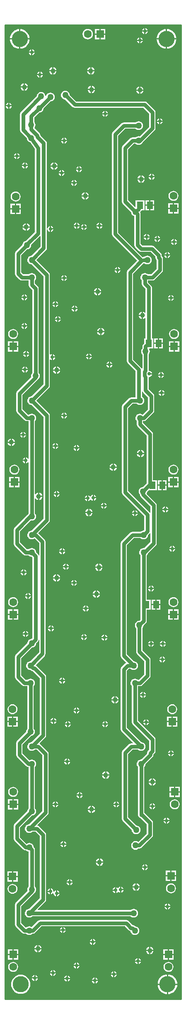
<source format=gbl>
G04 Layer_Physical_Order=2*
G04 Layer_Color=16711680*
%FSLAX44Y44*%
%MOMM*%
G71*
G01*
G75*
%ADD14C,1.0000*%
%ADD26C,0.7620*%
%ADD27C,0.2540*%
%ADD28C,0.2032*%
%ADD29C,1.6000*%
%ADD30R,1.6000X1.6000*%
%ADD31R,1.6000X1.6000*%
%ADD32C,3.3020*%
%ADD33C,0.7000*%
%ADD34C,1.2700*%
%ADD35R,1.3000X1.5500*%
G36*
X360000Y-1990000D02*
X0D01*
Y-1274D01*
X360000D01*
Y-1990000D01*
D02*
G37*
%LPC*%
G36*
X327216Y-1297944D02*
X322580D01*
Y-1302579D01*
X323667Y-1302363D01*
X325665Y-1301028D01*
X327000Y-1299030D01*
X327216Y-1297944D01*
D02*
G37*
G36*
X320040Y-1290768D02*
X318953Y-1290984D01*
X316955Y-1292319D01*
X315620Y-1294317D01*
X315404Y-1295404D01*
X320040D01*
Y-1290768D01*
D02*
G37*
G36*
X118110Y-1333948D02*
Y-1338584D01*
X122746D01*
X122529Y-1337497D01*
X121195Y-1335499D01*
X119197Y-1334164D01*
X118110Y-1333948D01*
D02*
G37*
G36*
X320040Y-1297944D02*
X315404D01*
X315620Y-1299030D01*
X316955Y-1301028D01*
X318953Y-1302363D01*
X320040Y-1302579D01*
Y-1297944D01*
D02*
G37*
G36*
X322580Y-1290768D02*
Y-1295404D01*
X327216D01*
X327000Y-1294317D01*
X325665Y-1292319D01*
X323667Y-1290984D01*
X322580Y-1290768D01*
D02*
G37*
G36*
X321310Y-1266194D02*
X316674D01*
X316891Y-1267281D01*
X318225Y-1269278D01*
X320223Y-1270613D01*
X321310Y-1270829D01*
Y-1266194D01*
D02*
G37*
G36*
X328486D02*
X323850D01*
Y-1270829D01*
X324937Y-1270613D01*
X326935Y-1269278D01*
X328270Y-1267281D01*
X328486Y-1266194D01*
D02*
G37*
G36*
X297180D02*
X292544D01*
X292761Y-1267281D01*
X294095Y-1269278D01*
X296093Y-1270613D01*
X297180Y-1270829D01*
Y-1266194D01*
D02*
G37*
G36*
X304356D02*
X299720D01*
Y-1270829D01*
X300807Y-1270613D01*
X302805Y-1269278D01*
X304139Y-1267281D01*
X304356Y-1266194D01*
D02*
G37*
G36*
X280670Y-1370334D02*
X276034D01*
X276250Y-1371420D01*
X277585Y-1373418D01*
X279583Y-1374753D01*
X280670Y-1374969D01*
Y-1370334D01*
D02*
G37*
G36*
X287846D02*
X283210D01*
Y-1374969D01*
X284297Y-1374753D01*
X286295Y-1373418D01*
X287630Y-1371420D01*
X287846Y-1370334D01*
D02*
G37*
G36*
X223520Y-1371786D02*
X222822Y-1371878D01*
X220987Y-1372638D01*
X219412Y-1373846D01*
X218204Y-1375421D01*
X217444Y-1377256D01*
X217352Y-1377954D01*
X223520D01*
Y-1371786D01*
D02*
G37*
G36*
X226060D02*
Y-1377954D01*
X232228D01*
X232136Y-1377256D01*
X231376Y-1375421D01*
X230168Y-1373846D01*
X228592Y-1372638D01*
X226758Y-1371878D01*
X226060Y-1371786D01*
D02*
G37*
G36*
X280670Y-1363158D02*
X279583Y-1363374D01*
X277585Y-1364709D01*
X276250Y-1366707D01*
X276034Y-1367794D01*
X280670D01*
Y-1363158D01*
D02*
G37*
G36*
X122746Y-1341124D02*
X118110D01*
Y-1345759D01*
X119197Y-1345543D01*
X121195Y-1344208D01*
X122529Y-1342211D01*
X122746Y-1341124D01*
D02*
G37*
G36*
X115570Y-1333948D02*
X114483Y-1334164D01*
X112485Y-1335499D01*
X111151Y-1337497D01*
X110934Y-1338584D01*
X115570D01*
Y-1333948D01*
D02*
G37*
G36*
X283210Y-1363158D02*
Y-1367794D01*
X287846D01*
X287630Y-1366707D01*
X286295Y-1364709D01*
X284297Y-1363374D01*
X283210Y-1363158D01*
D02*
G37*
G36*
X115570Y-1341124D02*
X110934D01*
X111151Y-1342211D01*
X112485Y-1344208D01*
X114483Y-1345543D01*
X115570Y-1345759D01*
Y-1341124D01*
D02*
G37*
G36*
X47816Y-1245874D02*
X43180D01*
Y-1250509D01*
X44267Y-1250293D01*
X46265Y-1248958D01*
X47600Y-1246961D01*
X47816Y-1245874D01*
D02*
G37*
G36*
X160020Y-1245044D02*
X158933Y-1245260D01*
X156935Y-1246595D01*
X155601Y-1248593D01*
X155384Y-1249680D01*
X160020D01*
Y-1245044D01*
D02*
G37*
G36*
X204470Y-1246318D02*
Y-1250954D01*
X209106D01*
X208890Y-1249867D01*
X207555Y-1247869D01*
X205557Y-1246534D01*
X204470Y-1246318D01*
D02*
G37*
G36*
X40640Y-1245874D02*
X36004D01*
X36221Y-1246961D01*
X37555Y-1248958D01*
X39553Y-1250293D01*
X40640Y-1250509D01*
Y-1245874D01*
D02*
G37*
G36*
X162560Y-1245044D02*
Y-1249680D01*
X167196D01*
X166980Y-1248593D01*
X165645Y-1246595D01*
X163647Y-1245260D01*
X162560Y-1245044D01*
D02*
G37*
G36*
X92710Y-1234444D02*
X88074D01*
X88291Y-1235530D01*
X89625Y-1237528D01*
X91623Y-1238863D01*
X92710Y-1239080D01*
Y-1234444D01*
D02*
G37*
G36*
X99886D02*
X95250D01*
Y-1239080D01*
X96337Y-1238863D01*
X98335Y-1237528D01*
X99670Y-1235530D01*
X99886Y-1234444D01*
D02*
G37*
G36*
X40640Y-1238698D02*
X39553Y-1238914D01*
X37555Y-1240249D01*
X36221Y-1242247D01*
X36004Y-1243334D01*
X40640D01*
Y-1238698D01*
D02*
G37*
G36*
X43180D02*
Y-1243334D01*
X47816D01*
X47600Y-1242247D01*
X46265Y-1240249D01*
X44267Y-1238914D01*
X43180Y-1238698D01*
D02*
G37*
G36*
X321310Y-1259018D02*
X320223Y-1259234D01*
X318225Y-1260569D01*
X316891Y-1262567D01*
X316674Y-1263654D01*
X321310D01*
Y-1259018D01*
D02*
G37*
G36*
X323850D02*
Y-1263654D01*
X328486D01*
X328270Y-1262567D01*
X326935Y-1260569D01*
X324937Y-1259234D01*
X323850Y-1259018D01*
D02*
G37*
G36*
X297180D02*
X296093Y-1259234D01*
X294095Y-1260569D01*
X292761Y-1262567D01*
X292544Y-1263654D01*
X297180D01*
Y-1259018D01*
D02*
G37*
G36*
X299720D02*
Y-1263654D01*
X304356D01*
X304139Y-1262567D01*
X302805Y-1260569D01*
X300807Y-1259234D01*
X299720Y-1259018D01*
D02*
G37*
G36*
X201930Y-1253494D02*
X197294D01*
X197511Y-1254581D01*
X198845Y-1256578D01*
X200843Y-1257913D01*
X201930Y-1258130D01*
Y-1253494D01*
D02*
G37*
G36*
X167196Y-1252220D02*
X162560D01*
Y-1256856D01*
X163647Y-1256639D01*
X165645Y-1255305D01*
X166980Y-1253307D01*
X167196Y-1252220D01*
D02*
G37*
G36*
X201930Y-1246318D02*
X200843Y-1246534D01*
X198845Y-1247869D01*
X197511Y-1249867D01*
X197294Y-1250954D01*
X201930D01*
Y-1246318D01*
D02*
G37*
G36*
X209106Y-1253494D02*
X204470D01*
Y-1258130D01*
X205557Y-1257913D01*
X207555Y-1256578D01*
X208890Y-1254581D01*
X209106Y-1253494D01*
D02*
G37*
G36*
X160020Y-1252220D02*
X155384D01*
X155601Y-1253307D01*
X156935Y-1255305D01*
X158933Y-1256639D01*
X160020Y-1256856D01*
Y-1252220D01*
D02*
G37*
G36*
X232228Y-1380494D02*
X226060D01*
Y-1386662D01*
X226758Y-1386570D01*
X228592Y-1385810D01*
X230168Y-1384601D01*
X231376Y-1383026D01*
X232136Y-1381192D01*
X232228Y-1380494D01*
D02*
G37*
G36*
X340360Y-1425104D02*
X331090D01*
Y-1434374D01*
X340360D01*
Y-1425104D01*
D02*
G37*
G36*
X352170D02*
X342900D01*
Y-1434374D01*
X352170D01*
Y-1425104D01*
D02*
G37*
G36*
X13970D02*
X4700D01*
Y-1434374D01*
X13970D01*
Y-1425104D01*
D02*
G37*
G36*
X25780D02*
X16510D01*
Y-1434374D01*
X25780D01*
Y-1425104D01*
D02*
G37*
G36*
X287020Y-1426214D02*
X282384D01*
X282600Y-1427301D01*
X283935Y-1429298D01*
X285933Y-1430633D01*
X287020Y-1430849D01*
Y-1426214D01*
D02*
G37*
G36*
X104966Y-1423674D02*
X100330D01*
Y-1428309D01*
X101417Y-1428093D01*
X103415Y-1426758D01*
X104749Y-1424760D01*
X104966Y-1423674D01*
D02*
G37*
G36*
X127000Y-1422848D02*
X125913Y-1423064D01*
X123915Y-1424399D01*
X122580Y-1426397D01*
X122364Y-1427484D01*
X127000D01*
Y-1422848D01*
D02*
G37*
G36*
X294196Y-1426214D02*
X289560D01*
Y-1430849D01*
X290647Y-1430633D01*
X292645Y-1429298D01*
X293979Y-1427301D01*
X294196Y-1426214D01*
D02*
G37*
G36*
X97790Y-1423674D02*
X93154D01*
X93371Y-1424760D01*
X94705Y-1426758D01*
X96703Y-1428093D01*
X97790Y-1428309D01*
Y-1423674D01*
D02*
G37*
G36*
X344996Y-1489714D02*
X340360D01*
Y-1494350D01*
X341447Y-1494133D01*
X343445Y-1492798D01*
X344780Y-1490800D01*
X344996Y-1489714D01*
D02*
G37*
G36*
X337820Y-1482538D02*
X336733Y-1482754D01*
X334735Y-1484089D01*
X333400Y-1486087D01*
X333184Y-1487174D01*
X337820D01*
Y-1482538D01*
D02*
G37*
G36*
X128270Y-1499048D02*
Y-1503684D01*
X132906D01*
X132690Y-1502597D01*
X131355Y-1500599D01*
X129357Y-1499264D01*
X128270Y-1499048D01*
D02*
G37*
G36*
X337820Y-1489714D02*
X333184D01*
X333400Y-1490800D01*
X334735Y-1492798D01*
X336733Y-1494133D01*
X337820Y-1494350D01*
Y-1489714D01*
D02*
G37*
G36*
X340360Y-1482538D02*
Y-1487174D01*
X344996D01*
X344780Y-1486087D01*
X343445Y-1484089D01*
X341447Y-1482754D01*
X340360Y-1482538D01*
D02*
G37*
G36*
X203200Y-1430024D02*
X198564D01*
X198780Y-1431111D01*
X200115Y-1433108D01*
X202113Y-1434443D01*
X203200Y-1434659D01*
Y-1430024D01*
D02*
G37*
G36*
X210376D02*
X205740D01*
Y-1434659D01*
X206827Y-1434443D01*
X208825Y-1433108D01*
X210159Y-1431111D01*
X210376Y-1430024D01*
D02*
G37*
G36*
X127000D02*
X122364D01*
X122580Y-1431111D01*
X123915Y-1433108D01*
X125913Y-1434443D01*
X127000Y-1434659D01*
Y-1430024D01*
D02*
G37*
G36*
X134176D02*
X129540D01*
Y-1434659D01*
X130627Y-1434443D01*
X132625Y-1433108D01*
X133960Y-1431111D01*
X134176Y-1430024D01*
D02*
G37*
G36*
X15240Y-1388315D02*
X12621Y-1388660D01*
X10181Y-1389671D01*
X8085Y-1391279D01*
X6477Y-1393374D01*
X5466Y-1395815D01*
X5121Y-1398434D01*
X5466Y-1401053D01*
X6477Y-1403493D01*
X8085Y-1405589D01*
X10181Y-1407197D01*
X12621Y-1408208D01*
X15240Y-1408552D01*
X17859Y-1408208D01*
X20299Y-1407197D01*
X22395Y-1405589D01*
X24003Y-1403493D01*
X25014Y-1401053D01*
X25359Y-1398434D01*
X25014Y-1395815D01*
X24003Y-1393374D01*
X22395Y-1391279D01*
X20299Y-1389671D01*
X17859Y-1388660D01*
X15240Y-1388315D01*
D02*
G37*
G36*
X341630D02*
X339011Y-1388660D01*
X336571Y-1389671D01*
X334475Y-1391279D01*
X332867Y-1393374D01*
X331856Y-1395815D01*
X331511Y-1398434D01*
X331856Y-1401053D01*
X332867Y-1403493D01*
X334475Y-1405589D01*
X336571Y-1407197D01*
X339011Y-1408208D01*
X341630Y-1408552D01*
X344249Y-1408208D01*
X346689Y-1407197D01*
X348785Y-1405589D01*
X350393Y-1403493D01*
X351404Y-1401053D01*
X351749Y-1398434D01*
X351404Y-1395815D01*
X350393Y-1393374D01*
X348785Y-1391279D01*
X346689Y-1389671D01*
X344249Y-1388660D01*
X341630Y-1388315D01*
D02*
G37*
G36*
X97790Y-1416498D02*
X96703Y-1416714D01*
X94705Y-1418049D01*
X93371Y-1420047D01*
X93154Y-1421134D01*
X97790D01*
Y-1416498D01*
D02*
G37*
G36*
X100330D02*
Y-1421134D01*
X104966D01*
X104749Y-1420047D01*
X103415Y-1418049D01*
X101417Y-1416714D01*
X100330Y-1416498D01*
D02*
G37*
G36*
X144780Y-1402084D02*
X140144D01*
X140360Y-1403170D01*
X141695Y-1405168D01*
X143693Y-1406503D01*
X144780Y-1406720D01*
Y-1402084D01*
D02*
G37*
G36*
X147320Y-1394908D02*
Y-1399544D01*
X151956D01*
X151740Y-1398457D01*
X150405Y-1396459D01*
X148407Y-1395124D01*
X147320Y-1394908D01*
D02*
G37*
G36*
X223520Y-1380494D02*
X217352D01*
X217444Y-1381192D01*
X218204Y-1383026D01*
X219412Y-1384601D01*
X220987Y-1385810D01*
X222822Y-1386570D01*
X223520Y-1386662D01*
Y-1380494D01*
D02*
G37*
G36*
X151956Y-1402084D02*
X147320D01*
Y-1406720D01*
X148407Y-1406503D01*
X150405Y-1405168D01*
X151740Y-1403170D01*
X151956Y-1402084D01*
D02*
G37*
G36*
X144780Y-1394908D02*
X143693Y-1395124D01*
X141695Y-1396459D01*
X140360Y-1398457D01*
X140144Y-1399544D01*
X144780D01*
Y-1394908D01*
D02*
G37*
G36*
X205740Y-1422848D02*
Y-1427484D01*
X210376D01*
X210159Y-1426397D01*
X208825Y-1424399D01*
X206827Y-1423064D01*
X205740Y-1422848D01*
D02*
G37*
G36*
X287020Y-1419038D02*
X285933Y-1419254D01*
X283935Y-1420589D01*
X282600Y-1422587D01*
X282384Y-1423674D01*
X287020D01*
Y-1419038D01*
D02*
G37*
G36*
X129540Y-1422848D02*
Y-1427484D01*
X134176D01*
X133960Y-1426397D01*
X132625Y-1424399D01*
X130627Y-1423064D01*
X129540Y-1422848D01*
D02*
G37*
G36*
X203200D02*
X202113Y-1423064D01*
X200115Y-1424399D01*
X198780Y-1426397D01*
X198564Y-1427484D01*
X203200D01*
Y-1422848D01*
D02*
G37*
G36*
X289560Y-1419038D02*
Y-1423674D01*
X294196D01*
X293979Y-1422587D01*
X292645Y-1420589D01*
X290647Y-1419254D01*
X289560Y-1419038D01*
D02*
G37*
G36*
X25780Y-1413294D02*
X16510D01*
Y-1422564D01*
X25780D01*
Y-1413294D01*
D02*
G37*
G36*
X352170D02*
X342900D01*
Y-1422564D01*
X352170D01*
Y-1413294D01*
D02*
G37*
G36*
X13970D02*
X4700D01*
Y-1422564D01*
X13970D01*
Y-1413294D01*
D02*
G37*
G36*
X340360D02*
X331090D01*
Y-1422564D01*
X340360D01*
Y-1413294D01*
D02*
G37*
G36*
X92710Y-1227268D02*
X91623Y-1227484D01*
X89625Y-1228819D01*
X88291Y-1230817D01*
X88074Y-1231904D01*
X92710D01*
Y-1227268D01*
D02*
G37*
G36*
X193040Y-1101276D02*
Y-1107444D01*
X199208D01*
X199116Y-1106746D01*
X198356Y-1104911D01*
X197148Y-1103336D01*
X195572Y-1102128D01*
X193738Y-1101368D01*
X193040Y-1101276D01*
D02*
G37*
G36*
X123190Y-1101538D02*
X122103Y-1101754D01*
X120105Y-1103089D01*
X118771Y-1105087D01*
X118554Y-1106174D01*
X123190D01*
Y-1101538D01*
D02*
G37*
G36*
X130366Y-1108714D02*
X125730D01*
Y-1113350D01*
X126817Y-1113133D01*
X128815Y-1111798D01*
X130149Y-1109800D01*
X130366Y-1108714D01*
D02*
G37*
G36*
X190500Y-1101276D02*
X189802Y-1101368D01*
X187967Y-1102128D01*
X186392Y-1103336D01*
X185184Y-1104911D01*
X184424Y-1106746D01*
X184332Y-1107444D01*
X190500D01*
Y-1101276D01*
D02*
G37*
G36*
X125730Y-1101538D02*
Y-1106174D01*
X130366D01*
X130149Y-1105087D01*
X128815Y-1103089D01*
X126817Y-1101754D01*
X125730Y-1101538D01*
D02*
G37*
G36*
X340360Y-1071884D02*
X335724D01*
X335941Y-1072971D01*
X337275Y-1074968D01*
X339273Y-1076303D01*
X340360Y-1076519D01*
Y-1071884D01*
D02*
G37*
G36*
X347536D02*
X342900D01*
Y-1076519D01*
X343987Y-1076303D01*
X345985Y-1074968D01*
X347319Y-1072971D01*
X347536Y-1071884D01*
D02*
G37*
G36*
X115570Y-1076964D02*
X110934D01*
X111151Y-1078051D01*
X112485Y-1080048D01*
X114483Y-1081383D01*
X115570Y-1081600D01*
Y-1076964D01*
D02*
G37*
G36*
X122746D02*
X118110D01*
Y-1081600D01*
X119197Y-1081383D01*
X121195Y-1080048D01*
X122529Y-1078051D01*
X122746Y-1076964D01*
D02*
G37*
G36*
X36830Y-1120144D02*
X32194D01*
X32411Y-1121230D01*
X33745Y-1123228D01*
X35743Y-1124563D01*
X36830Y-1124780D01*
Y-1120144D01*
D02*
G37*
G36*
X44006D02*
X39370D01*
Y-1124780D01*
X40457Y-1124563D01*
X42455Y-1123228D01*
X43790Y-1121230D01*
X44006Y-1120144D01*
D02*
G37*
G36*
X104140Y-1122866D02*
X103442Y-1122958D01*
X101608Y-1123718D01*
X100032Y-1124926D01*
X98824Y-1126501D01*
X98064Y-1128335D01*
X97972Y-1129034D01*
X104140D01*
Y-1122866D01*
D02*
G37*
G36*
X106680D02*
Y-1129034D01*
X112848D01*
X112756Y-1128335D01*
X111996Y-1126501D01*
X110788Y-1124926D01*
X109213Y-1123718D01*
X107378Y-1122958D01*
X106680Y-1122866D01*
D02*
G37*
G36*
X36830Y-1112968D02*
X35743Y-1113184D01*
X33745Y-1114519D01*
X32411Y-1116517D01*
X32194Y-1117604D01*
X36830D01*
Y-1112968D01*
D02*
G37*
G36*
X199208Y-1109984D02*
X193040D01*
Y-1116152D01*
X193738Y-1116060D01*
X195572Y-1115300D01*
X197148Y-1114091D01*
X198356Y-1112516D01*
X199116Y-1110682D01*
X199208Y-1109984D01*
D02*
G37*
G36*
X123190Y-1108714D02*
X118554D01*
X118771Y-1109800D01*
X120105Y-1111798D01*
X122103Y-1113133D01*
X123190Y-1113350D01*
Y-1108714D01*
D02*
G37*
G36*
X39370Y-1112968D02*
Y-1117604D01*
X44006D01*
X43790Y-1116517D01*
X42455Y-1114519D01*
X40457Y-1113184D01*
X39370Y-1112968D01*
D02*
G37*
G36*
X190500Y-1109984D02*
X184332D01*
X184424Y-1110682D01*
X185184Y-1112516D01*
X186392Y-1114091D01*
X187967Y-1115300D01*
X189802Y-1116060D01*
X190500Y-1116152D01*
Y-1109984D01*
D02*
G37*
G36*
X333566Y-991874D02*
X328930D01*
Y-996509D01*
X330017Y-996293D01*
X332015Y-994958D01*
X333349Y-992961D01*
X333566Y-991874D01*
D02*
G37*
G36*
X170180Y-989512D02*
X169482Y-989604D01*
X167647Y-990364D01*
X166072Y-991572D01*
X164864Y-993148D01*
X164104Y-994982D01*
X164012Y-995680D01*
X170180D01*
Y-989512D01*
D02*
G37*
G36*
X266700Y-992318D02*
Y-996954D01*
X271336D01*
X271119Y-995867D01*
X269785Y-993869D01*
X267787Y-992534D01*
X266700Y-992318D01*
D02*
G37*
G36*
X326390Y-991874D02*
X321754D01*
X321970Y-992961D01*
X323305Y-994958D01*
X325303Y-996293D01*
X326390Y-996509D01*
Y-991874D01*
D02*
G37*
G36*
X172720Y-989512D02*
Y-995680D01*
X178888D01*
X178796Y-994982D01*
X178036Y-993148D01*
X176828Y-991572D01*
X175252Y-990364D01*
X173418Y-989604D01*
X172720Y-989512D01*
D02*
G37*
G36*
X200660Y-984254D02*
X196024D01*
X196241Y-985340D01*
X197575Y-987338D01*
X199573Y-988673D01*
X200660Y-988889D01*
Y-984254D01*
D02*
G37*
G36*
X207836D02*
X203200D01*
Y-988889D01*
X204287Y-988673D01*
X206285Y-987338D01*
X207619Y-985340D01*
X207836Y-984254D01*
D02*
G37*
G36*
X326390Y-984698D02*
X325303Y-984914D01*
X323305Y-986249D01*
X321970Y-988247D01*
X321754Y-989334D01*
X326390D01*
Y-984698D01*
D02*
G37*
G36*
X328930D02*
Y-989334D01*
X333566D01*
X333349Y-988247D01*
X332015Y-986249D01*
X330017Y-984914D01*
X328930Y-984698D01*
D02*
G37*
G36*
X340360Y-1064708D02*
X339273Y-1064924D01*
X337275Y-1066259D01*
X335941Y-1068257D01*
X335724Y-1069344D01*
X340360D01*
Y-1064708D01*
D02*
G37*
G36*
X342900D02*
Y-1069344D01*
X347536D01*
X347319Y-1068257D01*
X345985Y-1066259D01*
X343987Y-1064924D01*
X342900Y-1064708D01*
D02*
G37*
G36*
X115570Y-1069788D02*
X114483Y-1070004D01*
X112485Y-1071339D01*
X111151Y-1073337D01*
X110934Y-1074424D01*
X115570D01*
Y-1069788D01*
D02*
G37*
G36*
X118110D02*
Y-1074424D01*
X122746D01*
X122529Y-1073337D01*
X121195Y-1071339D01*
X119197Y-1070004D01*
X118110Y-1069788D01*
D02*
G37*
G36*
X170180Y-998220D02*
X164012D01*
X164104Y-998918D01*
X164864Y-1000752D01*
X166072Y-1002328D01*
X167647Y-1003536D01*
X169482Y-1004296D01*
X170180Y-1004388D01*
Y-998220D01*
D02*
G37*
G36*
X271336Y-999494D02*
X266700D01*
Y-1004129D01*
X267787Y-1003913D01*
X269785Y-1002578D01*
X271119Y-1000581D01*
X271336Y-999494D01*
D02*
G37*
G36*
X264160Y-992318D02*
X263073Y-992534D01*
X261075Y-993869D01*
X259741Y-995867D01*
X259524Y-996954D01*
X264160D01*
Y-992318D01*
D02*
G37*
G36*
X178888Y-998220D02*
X172720D01*
Y-1004388D01*
X173418Y-1004296D01*
X175252Y-1003536D01*
X176828Y-1002328D01*
X178036Y-1000752D01*
X178796Y-998918D01*
X178888Y-998220D01*
D02*
G37*
G36*
X264160Y-999494D02*
X259524D01*
X259741Y-1000581D01*
X261075Y-1002578D01*
X263073Y-1003913D01*
X264160Y-1004129D01*
Y-999494D01*
D02*
G37*
G36*
X112848Y-1131574D02*
X106680D01*
Y-1137742D01*
X107378Y-1137650D01*
X109213Y-1136890D01*
X110788Y-1135681D01*
X111996Y-1134106D01*
X112756Y-1132272D01*
X112848Y-1131574D01*
D02*
G37*
G36*
X307180Y-1186184D02*
X299410D01*
Y-1195204D01*
X307180D01*
Y-1186184D01*
D02*
G37*
G36*
X317490D02*
X309720D01*
Y-1195204D01*
X317490D01*
Y-1186184D01*
D02*
G37*
G36*
X163830Y-1193804D02*
X159194D01*
X159410Y-1194891D01*
X160745Y-1196888D01*
X162743Y-1198223D01*
X163830Y-1198439D01*
Y-1193804D01*
D02*
G37*
G36*
X171006D02*
X166370D01*
Y-1198439D01*
X167457Y-1198223D01*
X169455Y-1196888D01*
X170790Y-1194891D01*
X171006Y-1193804D01*
D02*
G37*
G36*
X163830Y-1186628D02*
X162743Y-1186844D01*
X160745Y-1188179D01*
X159410Y-1190177D01*
X159194Y-1191264D01*
X163830D01*
Y-1186628D01*
D02*
G37*
G36*
X344170Y-1169715D02*
X341551Y-1170060D01*
X339111Y-1171071D01*
X337015Y-1172679D01*
X335407Y-1174774D01*
X334396Y-1177215D01*
X334052Y-1179834D01*
X334396Y-1182453D01*
X335407Y-1184893D01*
X337015Y-1186989D01*
X339111Y-1188597D01*
X341551Y-1189608D01*
X344170Y-1189952D01*
X346789Y-1189608D01*
X349229Y-1188597D01*
X351325Y-1186989D01*
X352933Y-1184893D01*
X353944Y-1182453D01*
X354288Y-1179834D01*
X353944Y-1177215D01*
X352933Y-1174774D01*
X351325Y-1172679D01*
X349229Y-1171071D01*
X346789Y-1170060D01*
X344170Y-1169715D01*
D02*
G37*
G36*
X307180Y-1174624D02*
X299410D01*
Y-1183644D01*
X307180D01*
Y-1174624D01*
D02*
G37*
G36*
X166370Y-1186628D02*
Y-1191264D01*
X171006D01*
X170790Y-1190177D01*
X169455Y-1188179D01*
X167457Y-1186844D01*
X166370Y-1186628D01*
D02*
G37*
G36*
X16510Y-1169715D02*
X13891Y-1170060D01*
X11451Y-1171071D01*
X9355Y-1172679D01*
X7747Y-1174774D01*
X6736Y-1177215D01*
X6392Y-1179834D01*
X6736Y-1182453D01*
X7747Y-1184893D01*
X9355Y-1186989D01*
X11451Y-1188597D01*
X13891Y-1189608D01*
X16510Y-1189952D01*
X19129Y-1189608D01*
X21569Y-1188597D01*
X23665Y-1186989D01*
X25273Y-1184893D01*
X26284Y-1182453D01*
X26628Y-1179834D01*
X26284Y-1177215D01*
X25273Y-1174774D01*
X23665Y-1172679D01*
X21569Y-1171071D01*
X19129Y-1170060D01*
X16510Y-1169715D01*
D02*
G37*
G36*
X27050Y-1206504D02*
X17780D01*
Y-1215774D01*
X27050D01*
Y-1206504D01*
D02*
G37*
G36*
X342900D02*
X333630D01*
Y-1215774D01*
X342900D01*
Y-1206504D01*
D02*
G37*
G36*
X95250Y-1227268D02*
Y-1231904D01*
X99886D01*
X99670Y-1230817D01*
X98335Y-1228819D01*
X96337Y-1227484D01*
X95250Y-1227268D01*
D02*
G37*
G36*
X15240Y-1206504D02*
X5970D01*
Y-1215774D01*
X15240D01*
Y-1206504D01*
D02*
G37*
G36*
X354710D02*
X345440D01*
Y-1215774D01*
X354710D01*
Y-1206504D01*
D02*
G37*
G36*
X27050Y-1194694D02*
X17780D01*
Y-1203964D01*
X27050D01*
Y-1194694D01*
D02*
G37*
G36*
X354710D02*
X345440D01*
Y-1203964D01*
X354710D01*
Y-1194694D01*
D02*
G37*
G36*
X15240D02*
X5970D01*
Y-1203964D01*
X15240D01*
Y-1194694D01*
D02*
G37*
G36*
X342900D02*
X333630D01*
Y-1203964D01*
X342900D01*
Y-1194694D01*
D02*
G37*
G36*
X297180Y-1145988D02*
X296093Y-1146204D01*
X294095Y-1147539D01*
X292761Y-1149537D01*
X292544Y-1150624D01*
X297180D01*
Y-1145988D01*
D02*
G37*
G36*
X299720D02*
Y-1150624D01*
X304356D01*
X304139Y-1149537D01*
X302805Y-1147539D01*
X300807Y-1146204D01*
X299720Y-1145988D01*
D02*
G37*
G36*
X297180Y-1153164D02*
X292544D01*
X292761Y-1154250D01*
X294095Y-1156248D01*
X296093Y-1157583D01*
X297180Y-1157800D01*
Y-1153164D01*
D02*
G37*
G36*
X304356D02*
X299720D01*
Y-1157800D01*
X300807Y-1157583D01*
X302805Y-1156248D01*
X304139Y-1154250D01*
X304356Y-1153164D01*
D02*
G37*
G36*
X139700Y-1141734D02*
X135064D01*
X135281Y-1142821D01*
X136615Y-1144818D01*
X138613Y-1146153D01*
X139700Y-1146369D01*
Y-1141734D01*
D02*
G37*
G36*
X142240Y-1134558D02*
Y-1139194D01*
X146876D01*
X146659Y-1138107D01*
X145325Y-1136109D01*
X143327Y-1134774D01*
X142240Y-1134558D01*
D02*
G37*
G36*
X104140Y-1131574D02*
X97972D01*
X98064Y-1132272D01*
X98824Y-1134106D01*
X100032Y-1135681D01*
X101608Y-1136890D01*
X103442Y-1137650D01*
X104140Y-1137742D01*
Y-1131574D01*
D02*
G37*
G36*
X146876Y-1141734D02*
X142240D01*
Y-1146369D01*
X143327Y-1146153D01*
X145325Y-1144818D01*
X146659Y-1142821D01*
X146876Y-1141734D01*
D02*
G37*
G36*
X139700Y-1134558D02*
X138613Y-1134774D01*
X136615Y-1136109D01*
X135281Y-1138107D01*
X135064Y-1139194D01*
X139700D01*
Y-1134558D01*
D02*
G37*
G36*
X52896Y-1168404D02*
X48260D01*
Y-1173039D01*
X49347Y-1172823D01*
X51345Y-1171488D01*
X52680Y-1169491D01*
X52896Y-1168404D01*
D02*
G37*
G36*
X185420Y-1164594D02*
X179252D01*
X179344Y-1165292D01*
X180104Y-1167126D01*
X181312Y-1168701D01*
X182887Y-1169910D01*
X184722Y-1170670D01*
X185420Y-1170762D01*
Y-1164594D01*
D02*
G37*
G36*
X317490Y-1174624D02*
X309720D01*
Y-1183644D01*
X317490D01*
Y-1174624D01*
D02*
G37*
G36*
X45720Y-1168404D02*
X41084D01*
X41301Y-1169491D01*
X42635Y-1171488D01*
X44633Y-1172823D01*
X45720Y-1173039D01*
Y-1168404D01*
D02*
G37*
G36*
X194128Y-1164594D02*
X187960D01*
Y-1170762D01*
X188658Y-1170670D01*
X190492Y-1169910D01*
X192068Y-1168701D01*
X193276Y-1167126D01*
X194036Y-1165292D01*
X194128Y-1164594D01*
D02*
G37*
G36*
X185420Y-1155886D02*
X184722Y-1155978D01*
X182887Y-1156738D01*
X181312Y-1157946D01*
X180104Y-1159521D01*
X179344Y-1161356D01*
X179252Y-1162054D01*
X185420D01*
Y-1155886D01*
D02*
G37*
G36*
X187960D02*
Y-1162054D01*
X194128D01*
X194036Y-1161356D01*
X193276Y-1159521D01*
X192068Y-1157946D01*
X190492Y-1156738D01*
X188658Y-1155978D01*
X187960Y-1155886D01*
D02*
G37*
G36*
X45720Y-1161228D02*
X44633Y-1161444D01*
X42635Y-1162779D01*
X41301Y-1164777D01*
X41084Y-1165864D01*
X45720D01*
Y-1161228D01*
D02*
G37*
G36*
X48260D02*
Y-1165864D01*
X52896D01*
X52680Y-1164777D01*
X51345Y-1162779D01*
X49347Y-1161444D01*
X48260Y-1161228D01*
D02*
G37*
G36*
X125730Y-1499048D02*
X124643Y-1499264D01*
X122645Y-1500599D01*
X121311Y-1502597D01*
X121094Y-1503684D01*
X125730D01*
Y-1499048D01*
D02*
G37*
G36*
X297180Y-1883596D02*
Y-1889764D01*
X303348D01*
X303256Y-1889066D01*
X302496Y-1887231D01*
X301288Y-1885656D01*
X299713Y-1884448D01*
X297878Y-1883688D01*
X297180Y-1883596D01*
D02*
G37*
G36*
X66040Y-1879786D02*
X65342Y-1879878D01*
X63507Y-1880638D01*
X61932Y-1881846D01*
X60724Y-1883421D01*
X59964Y-1885255D01*
X59872Y-1885954D01*
X66040D01*
Y-1879786D01*
D02*
G37*
G36*
X74748Y-1888494D02*
X68580D01*
Y-1894662D01*
X69278Y-1894570D01*
X71112Y-1893810D01*
X72688Y-1892601D01*
X73896Y-1891026D01*
X74656Y-1889192D01*
X74748Y-1888494D01*
D02*
G37*
G36*
X294640Y-1883596D02*
X293942Y-1883688D01*
X292108Y-1884448D01*
X290532Y-1885656D01*
X289324Y-1887231D01*
X288564Y-1889066D01*
X288472Y-1889764D01*
X294640D01*
Y-1883596D01*
D02*
G37*
G36*
X68580Y-1879786D02*
Y-1885954D01*
X74748D01*
X74656Y-1885255D01*
X73896Y-1883421D01*
X72688Y-1881846D01*
X71112Y-1880638D01*
X69278Y-1879878D01*
X68580Y-1879786D01*
D02*
G37*
G36*
X177800Y-1867348D02*
X176713Y-1867564D01*
X174715Y-1868899D01*
X173381Y-1870897D01*
X173164Y-1871984D01*
X177800D01*
Y-1867348D01*
D02*
G37*
G36*
X180340D02*
Y-1871984D01*
X184976D01*
X184760Y-1870897D01*
X183425Y-1868899D01*
X181427Y-1867564D01*
X180340Y-1867348D01*
D02*
G37*
G36*
X177800Y-1874524D02*
X173164D01*
X173381Y-1875611D01*
X174715Y-1877608D01*
X176713Y-1878943D01*
X177800Y-1879160D01*
Y-1874524D01*
D02*
G37*
G36*
X184976D02*
X180340D01*
Y-1879160D01*
X181427Y-1878943D01*
X183425Y-1877608D01*
X184760Y-1875611D01*
X184976Y-1874524D01*
D02*
G37*
G36*
X294640Y-1892304D02*
X288472D01*
X288564Y-1893002D01*
X289324Y-1894836D01*
X290532Y-1896411D01*
X292108Y-1897620D01*
X293942Y-1898380D01*
X294640Y-1898472D01*
Y-1892304D01*
D02*
G37*
G36*
X303348D02*
X297180D01*
Y-1898472D01*
X297878Y-1898380D01*
X299713Y-1897620D01*
X301288Y-1896411D01*
X302496Y-1894836D01*
X303256Y-1893002D01*
X303348Y-1892304D01*
D02*
G37*
G36*
X332740Y-1900304D02*
X323470D01*
Y-1909574D01*
X332740D01*
Y-1900304D01*
D02*
G37*
G36*
X344550D02*
X335280D01*
Y-1909574D01*
X344550D01*
Y-1900304D01*
D02*
G37*
G36*
X15240Y-1888494D02*
X5970D01*
Y-1897764D01*
X15240D01*
Y-1888494D01*
D02*
G37*
G36*
X344550D02*
X335280D01*
Y-1897764D01*
X344550D01*
Y-1888494D01*
D02*
G37*
G36*
X66040D02*
X59872D01*
X59964Y-1889192D01*
X60724Y-1891026D01*
X61932Y-1892601D01*
X63507Y-1893810D01*
X65342Y-1894570D01*
X66040Y-1894662D01*
Y-1888494D01*
D02*
G37*
G36*
X332740D02*
X323470D01*
Y-1897764D01*
X332740D01*
Y-1888494D01*
D02*
G37*
G36*
X27050D02*
X17780D01*
Y-1897764D01*
X27050D01*
Y-1888494D01*
D02*
G37*
G36*
X15240Y-1755025D02*
X12621Y-1755370D01*
X10181Y-1756381D01*
X8085Y-1757989D01*
X6477Y-1760085D01*
X5466Y-1762525D01*
X5121Y-1765144D01*
X5466Y-1767763D01*
X6477Y-1770203D01*
X8085Y-1772299D01*
X10181Y-1773907D01*
X12621Y-1774918D01*
X15240Y-1775262D01*
X17859Y-1774918D01*
X20299Y-1773907D01*
X22395Y-1772299D01*
X24003Y-1770203D01*
X25014Y-1767763D01*
X25359Y-1765144D01*
X25014Y-1762525D01*
X24003Y-1760085D01*
X22395Y-1757989D01*
X20299Y-1756381D01*
X17859Y-1755370D01*
X15240Y-1755025D01*
D02*
G37*
G36*
X339090Y-1753915D02*
X336471Y-1754260D01*
X334031Y-1755271D01*
X331935Y-1756879D01*
X330327Y-1758974D01*
X329316Y-1761415D01*
X328971Y-1764034D01*
X329316Y-1766653D01*
X330327Y-1769093D01*
X331935Y-1771189D01*
X334031Y-1772797D01*
X336471Y-1773808D01*
X339090Y-1774152D01*
X341709Y-1773808D01*
X344149Y-1772797D01*
X346245Y-1771189D01*
X347853Y-1769093D01*
X348864Y-1766653D01*
X349208Y-1764034D01*
X348864Y-1761415D01*
X347853Y-1758974D01*
X346245Y-1756879D01*
X344149Y-1755271D01*
X341709Y-1754260D01*
X339090Y-1753915D01*
D02*
G37*
G36*
X111176Y-1775464D02*
X106540D01*
Y-1780099D01*
X107627Y-1779883D01*
X109625Y-1778548D01*
X110960Y-1776550D01*
X111176Y-1775464D01*
D02*
G37*
G36*
X91440Y-1771574D02*
X86804D01*
X87021Y-1772661D01*
X88355Y-1774658D01*
X90353Y-1775993D01*
X91440Y-1776210D01*
Y-1771574D01*
D02*
G37*
G36*
X224630Y-1769114D02*
X219994D01*
X220210Y-1770201D01*
X221545Y-1772198D01*
X223543Y-1773533D01*
X224630Y-1773750D01*
Y-1769114D01*
D02*
G37*
G36*
X91440Y-1764398D02*
X90353Y-1764614D01*
X88355Y-1765949D01*
X87021Y-1767947D01*
X86804Y-1769034D01*
X91440D01*
Y-1764398D01*
D02*
G37*
G36*
X266700Y-1762764D02*
X260532D01*
X260624Y-1763462D01*
X261384Y-1765296D01*
X262592Y-1766871D01*
X264167Y-1768080D01*
X266002Y-1768840D01*
X266700Y-1768932D01*
Y-1762764D01*
D02*
G37*
G36*
X106540Y-1768288D02*
Y-1772924D01*
X111176D01*
X110960Y-1771837D01*
X109625Y-1769839D01*
X107627Y-1768504D01*
X106540Y-1768288D01*
D02*
G37*
G36*
X242126Y-1767844D02*
X237490D01*
Y-1772480D01*
X238577Y-1772263D01*
X240575Y-1770928D01*
X241910Y-1768931D01*
X242126Y-1767844D01*
D02*
G37*
G36*
X116840Y-1843218D02*
X115753Y-1843434D01*
X113755Y-1844769D01*
X112421Y-1846767D01*
X112204Y-1847854D01*
X116840D01*
Y-1843218D01*
D02*
G37*
G36*
X119380D02*
Y-1847854D01*
X124016D01*
X123799Y-1846767D01*
X122465Y-1844769D01*
X120467Y-1843434D01*
X119380Y-1843218D01*
D02*
G37*
G36*
X116840Y-1850394D02*
X112204D01*
X112421Y-1851481D01*
X113755Y-1853478D01*
X115753Y-1854813D01*
X116840Y-1855029D01*
Y-1850394D01*
D02*
G37*
G36*
X124016D02*
X119380D01*
Y-1855029D01*
X120467Y-1854813D01*
X122465Y-1853478D01*
X123799Y-1851481D01*
X124016Y-1850394D01*
D02*
G37*
G36*
X330708Y-1802388D02*
X326072D01*
X326288Y-1803474D01*
X327623Y-1805472D01*
X329621Y-1806807D01*
X330708Y-1807023D01*
Y-1802388D01*
D02*
G37*
G36*
X333248Y-1795212D02*
Y-1799848D01*
X337884D01*
X337668Y-1798761D01*
X336333Y-1796763D01*
X334335Y-1795428D01*
X333248Y-1795212D01*
D02*
G37*
G36*
X93980Y-1764398D02*
Y-1770304D01*
Y-1776210D01*
X95067Y-1775993D01*
X97065Y-1774658D01*
X98004Y-1773252D01*
X99200Y-1773748D01*
X99112Y-1774194D01*
X99580Y-1776550D01*
X100915Y-1778548D01*
X102913Y-1779883D01*
X104000Y-1780099D01*
Y-1774194D01*
Y-1768288D01*
X102913Y-1768504D01*
X100915Y-1769839D01*
X99976Y-1771245D01*
X98780Y-1770750D01*
X98868Y-1770304D01*
X98399Y-1767947D01*
X97065Y-1765949D01*
X95067Y-1764614D01*
X93980Y-1764398D01*
D02*
G37*
G36*
X337884Y-1802388D02*
X333248D01*
Y-1807023D01*
X334335Y-1806807D01*
X336333Y-1805472D01*
X337668Y-1803474D01*
X337884Y-1802388D01*
D02*
G37*
G36*
X330708Y-1795212D02*
X329621Y-1795428D01*
X327623Y-1796763D01*
X326288Y-1798761D01*
X326072Y-1799848D01*
X330708D01*
Y-1795212D01*
D02*
G37*
G36*
X27050Y-1900304D02*
X17780D01*
Y-1909574D01*
X27050D01*
Y-1900304D01*
D02*
G37*
G36*
X182390Y-1946088D02*
X181303Y-1946304D01*
X179305Y-1947639D01*
X177970Y-1949637D01*
X177754Y-1950724D01*
X182390D01*
Y-1946088D01*
D02*
G37*
G36*
X184930D02*
Y-1950724D01*
X189566D01*
X189349Y-1949637D01*
X188015Y-1947639D01*
X186017Y-1946304D01*
X184930Y-1946088D01*
D02*
G37*
G36*
X59690Y-1948184D02*
X55054D01*
X55271Y-1949270D01*
X56605Y-1951268D01*
X58603Y-1952603D01*
X59690Y-1952820D01*
Y-1948184D01*
D02*
G37*
G36*
X66866D02*
X62230D01*
Y-1952820D01*
X63317Y-1952603D01*
X65315Y-1951268D01*
X66649Y-1949270D01*
X66866Y-1948184D01*
D02*
G37*
G36*
X125730Y-1942278D02*
X124643Y-1942494D01*
X122645Y-1943829D01*
X121311Y-1945827D01*
X121094Y-1946914D01*
X125730D01*
Y-1942278D01*
D02*
G37*
G36*
X62230Y-1941008D02*
Y-1945644D01*
X66866D01*
X66649Y-1944557D01*
X65315Y-1942559D01*
X63317Y-1941224D01*
X62230Y-1941008D01*
D02*
G37*
G36*
X220980Y-1940564D02*
X216344D01*
X216560Y-1941651D01*
X217895Y-1943648D01*
X219893Y-1944983D01*
X220980Y-1945199D01*
Y-1940564D01*
D02*
G37*
G36*
X128270Y-1942278D02*
Y-1946914D01*
X132906D01*
X132690Y-1945827D01*
X131355Y-1943829D01*
X129357Y-1942494D01*
X128270Y-1942278D01*
D02*
G37*
G36*
X59690Y-1941008D02*
X58603Y-1941224D01*
X56605Y-1942559D01*
X55271Y-1944557D01*
X55054Y-1945644D01*
X59690D01*
Y-1941008D01*
D02*
G37*
G36*
X31978Y-1940347D02*
X28144Y-1940725D01*
X24457Y-1941843D01*
X21060Y-1943659D01*
X18082Y-1946104D01*
X15637Y-1949082D01*
X13821Y-1952479D01*
X12703Y-1956166D01*
X12325Y-1960000D01*
X12703Y-1963834D01*
X13821Y-1967521D01*
X15637Y-1970918D01*
X18082Y-1973896D01*
X21060Y-1976341D01*
X24457Y-1978157D01*
X28144Y-1979275D01*
X31978Y-1979653D01*
X35812Y-1979275D01*
X39499Y-1978157D01*
X42896Y-1976341D01*
X45875Y-1973896D01*
X48319Y-1970918D01*
X50135Y-1967521D01*
X51253Y-1963834D01*
X51631Y-1960000D01*
X51253Y-1956166D01*
X50135Y-1952479D01*
X48319Y-1949082D01*
X45875Y-1946104D01*
X42896Y-1943659D01*
X39499Y-1941843D01*
X35812Y-1940725D01*
X31978Y-1940347D01*
D02*
G37*
G36*
X330708Y-1939962D02*
X328044Y-1940224D01*
X324262Y-1941372D01*
X320776Y-1943235D01*
X317721Y-1945742D01*
X315213Y-1948798D01*
X313350Y-1952284D01*
X312202Y-1956066D01*
X311940Y-1958730D01*
X330708D01*
Y-1939962D01*
D02*
G37*
G36*
Y-1961270D02*
X311940D01*
X312202Y-1963934D01*
X313350Y-1967716D01*
X315213Y-1971202D01*
X317721Y-1974257D01*
X320776Y-1976765D01*
X324262Y-1978628D01*
X328044Y-1979776D01*
X330708Y-1980038D01*
Y-1961270D01*
D02*
G37*
G36*
X352016D02*
X333248D01*
Y-1980038D01*
X335912Y-1979776D01*
X339694Y-1978628D01*
X343180Y-1976765D01*
X346236Y-1974257D01*
X348743Y-1971202D01*
X350606Y-1967716D01*
X351754Y-1963934D01*
X352016Y-1961270D01*
D02*
G37*
G36*
X333248Y-1939962D02*
Y-1958730D01*
X352016D01*
X351754Y-1956066D01*
X350606Y-1952284D01*
X348743Y-1948798D01*
X346236Y-1945742D01*
X343180Y-1943235D01*
X339694Y-1941372D01*
X335912Y-1940224D01*
X333248Y-1939962D01*
D02*
G37*
G36*
X125730Y-1949454D02*
X121094D01*
X121311Y-1950540D01*
X122645Y-1952538D01*
X124643Y-1953873D01*
X125730Y-1954090D01*
Y-1949454D01*
D02*
G37*
G36*
X132906D02*
X128270D01*
Y-1954090D01*
X129357Y-1953873D01*
X131355Y-1952538D01*
X132690Y-1950540D01*
X132906Y-1949454D01*
D02*
G37*
G36*
X182390Y-1953264D02*
X177754D01*
X177970Y-1954350D01*
X179305Y-1956348D01*
X181303Y-1957683D01*
X182390Y-1957899D01*
Y-1953264D01*
D02*
G37*
G36*
X189566D02*
X184930D01*
Y-1957899D01*
X186017Y-1957683D01*
X188015Y-1956348D01*
X189349Y-1954350D01*
X189566Y-1953264D01*
D02*
G37*
G36*
X144780Y-1915608D02*
X143693Y-1915824D01*
X141695Y-1917159D01*
X140360Y-1919157D01*
X140144Y-1920244D01*
X144780D01*
Y-1915608D01*
D02*
G37*
G36*
X147320D02*
Y-1920244D01*
X151956D01*
X151740Y-1919157D01*
X150405Y-1917159D01*
X148407Y-1915824D01*
X147320Y-1915608D01*
D02*
G37*
G36*
X144780Y-1922784D02*
X140144D01*
X140360Y-1923871D01*
X141695Y-1925868D01*
X143693Y-1927203D01*
X144780Y-1927419D01*
Y-1922784D01*
D02*
G37*
G36*
X151956D02*
X147320D01*
Y-1927419D01*
X148407Y-1927203D01*
X150405Y-1925868D01*
X151740Y-1923871D01*
X151956Y-1922784D01*
D02*
G37*
G36*
X270510Y-1914054D02*
X265874D01*
X266091Y-1915141D01*
X267425Y-1917138D01*
X269423Y-1918473D01*
X270510Y-1918690D01*
Y-1914054D01*
D02*
G37*
G36*
X273050Y-1906878D02*
Y-1911514D01*
X277686D01*
X277470Y-1910427D01*
X276135Y-1908429D01*
X274137Y-1907094D01*
X273050Y-1906878D01*
D02*
G37*
G36*
X15240Y-1900304D02*
X5970D01*
Y-1909574D01*
X15240D01*
Y-1900304D01*
D02*
G37*
G36*
X277686Y-1914054D02*
X273050D01*
Y-1918690D01*
X274137Y-1918473D01*
X276135Y-1917138D01*
X277470Y-1915141D01*
X277686Y-1914054D01*
D02*
G37*
G36*
X270510Y-1906878D02*
X269423Y-1907094D01*
X267425Y-1908429D01*
X266091Y-1910427D01*
X265874Y-1911514D01*
X270510D01*
Y-1906878D01*
D02*
G37*
G36*
X103696Y-1938024D02*
X99060D01*
Y-1942659D01*
X100147Y-1942443D01*
X102145Y-1941108D01*
X103479Y-1939111D01*
X103696Y-1938024D01*
D02*
G37*
G36*
X220980Y-1933388D02*
X219893Y-1933604D01*
X217895Y-1934939D01*
X216560Y-1936937D01*
X216344Y-1938024D01*
X220980D01*
Y-1933388D01*
D02*
G37*
G36*
X228156Y-1940564D02*
X223520D01*
Y-1945199D01*
X224607Y-1944983D01*
X226605Y-1943648D01*
X227939Y-1941651D01*
X228156Y-1940564D01*
D02*
G37*
G36*
X96520Y-1938024D02*
X91884D01*
X92100Y-1939111D01*
X93435Y-1941108D01*
X95433Y-1942443D01*
X96520Y-1942659D01*
Y-1938024D01*
D02*
G37*
G36*
X223520Y-1933388D02*
Y-1938024D01*
X228156D01*
X227939Y-1936937D01*
X226605Y-1934939D01*
X224607Y-1933604D01*
X223520Y-1933388D01*
D02*
G37*
G36*
X16510Y-1914315D02*
X13891Y-1914660D01*
X11451Y-1915671D01*
X9355Y-1917279D01*
X7747Y-1919375D01*
X6736Y-1921815D01*
X6392Y-1924434D01*
X6736Y-1927053D01*
X7747Y-1929493D01*
X9355Y-1931589D01*
X11451Y-1933197D01*
X13891Y-1934208D01*
X16510Y-1934552D01*
X19129Y-1934208D01*
X21569Y-1933197D01*
X23665Y-1931589D01*
X25273Y-1929493D01*
X26284Y-1927053D01*
X26628Y-1924434D01*
X26284Y-1921815D01*
X25273Y-1919375D01*
X23665Y-1917279D01*
X21569Y-1915671D01*
X19129Y-1914660D01*
X16510Y-1914315D01*
D02*
G37*
G36*
X334010D02*
X331391Y-1914660D01*
X328951Y-1915671D01*
X326855Y-1917279D01*
X325247Y-1919375D01*
X324236Y-1921815D01*
X323891Y-1924434D01*
X324236Y-1927053D01*
X325247Y-1929493D01*
X326855Y-1931589D01*
X328951Y-1933197D01*
X331391Y-1934208D01*
X334010Y-1934552D01*
X336629Y-1934208D01*
X339069Y-1933197D01*
X341165Y-1931589D01*
X342773Y-1929493D01*
X343784Y-1927053D01*
X344128Y-1924434D01*
X343784Y-1921815D01*
X342773Y-1919375D01*
X341165Y-1917279D01*
X339069Y-1915671D01*
X336629Y-1914660D01*
X334010Y-1914315D01*
D02*
G37*
G36*
X96520Y-1930848D02*
X95433Y-1931064D01*
X93435Y-1932399D01*
X92100Y-1934397D01*
X91884Y-1935484D01*
X96520D01*
Y-1930848D01*
D02*
G37*
G36*
X99060D02*
Y-1935484D01*
X103696D01*
X103479Y-1934397D01*
X102145Y-1932399D01*
X100147Y-1931064D01*
X99060Y-1930848D01*
D02*
G37*
G36*
X275408Y-1762764D02*
X269240D01*
Y-1768932D01*
X269938Y-1768840D01*
X271772Y-1768080D01*
X273348Y-1766871D01*
X274556Y-1765296D01*
X275316Y-1763462D01*
X275408Y-1762764D01*
D02*
G37*
G36*
X15240Y-1582044D02*
X5970D01*
Y-1591314D01*
X15240D01*
Y-1582044D01*
D02*
G37*
G36*
X101600Y-1586678D02*
X100513Y-1586894D01*
X98515Y-1588229D01*
X97181Y-1590227D01*
X96964Y-1591314D01*
X101600D01*
Y-1586678D01*
D02*
G37*
G36*
X299720Y-1590488D02*
X298633Y-1590704D01*
X296635Y-1592039D01*
X295301Y-1594037D01*
X295084Y-1595124D01*
X299720D01*
Y-1590488D01*
D02*
G37*
G36*
X302260D02*
Y-1595124D01*
X306896D01*
X306679Y-1594037D01*
X305345Y-1592039D01*
X303347Y-1590704D01*
X302260Y-1590488D01*
D02*
G37*
G36*
X104140Y-1586678D02*
Y-1591314D01*
X108776D01*
X108560Y-1590227D01*
X107225Y-1588229D01*
X105227Y-1586894D01*
X104140Y-1586678D01*
D02*
G37*
G36*
X27050Y-1582044D02*
X17780D01*
Y-1591314D01*
X27050D01*
Y-1582044D01*
D02*
G37*
G36*
X151130Y-1574804D02*
X146494D01*
X146711Y-1575891D01*
X148045Y-1577888D01*
X150043Y-1579223D01*
X151130Y-1579440D01*
Y-1574804D01*
D02*
G37*
G36*
X226060Y-1586678D02*
X224973Y-1586894D01*
X222975Y-1588229D01*
X221640Y-1590227D01*
X221424Y-1591314D01*
X226060D01*
Y-1586678D01*
D02*
G37*
G36*
X228600D02*
Y-1591314D01*
X233236D01*
X233020Y-1590227D01*
X231685Y-1588229D01*
X229687Y-1586894D01*
X228600Y-1586678D01*
D02*
G37*
G36*
X306896Y-1597664D02*
X302260D01*
Y-1602299D01*
X303347Y-1602083D01*
X305345Y-1600748D01*
X306679Y-1598750D01*
X306896Y-1597664D01*
D02*
G37*
G36*
X175310Y-1595302D02*
X174612Y-1595394D01*
X172778Y-1596154D01*
X171202Y-1597362D01*
X169994Y-1598938D01*
X169234Y-1600772D01*
X169142Y-1601470D01*
X175310D01*
Y-1595302D01*
D02*
G37*
G36*
X346710Y-1582465D02*
X344091Y-1582810D01*
X341651Y-1583821D01*
X339555Y-1585429D01*
X337947Y-1587525D01*
X336936Y-1589965D01*
X336591Y-1592584D01*
X336936Y-1595203D01*
X337947Y-1597643D01*
X339555Y-1599739D01*
X341651Y-1601347D01*
X344091Y-1602358D01*
X346710Y-1602702D01*
X349329Y-1602358D01*
X351769Y-1601347D01*
X353865Y-1599739D01*
X355473Y-1597643D01*
X356484Y-1595203D01*
X356828Y-1592584D01*
X356484Y-1589965D01*
X355473Y-1587525D01*
X353865Y-1585429D01*
X351769Y-1583821D01*
X349329Y-1582810D01*
X346710Y-1582465D01*
D02*
G37*
G36*
X299720Y-1597664D02*
X295084D01*
X295301Y-1598750D01*
X296635Y-1600748D01*
X298633Y-1602083D01*
X299720Y-1602299D01*
Y-1597664D01*
D02*
G37*
G36*
X177850Y-1595302D02*
Y-1601470D01*
X184018D01*
X183926Y-1600772D01*
X183166Y-1598938D01*
X181958Y-1597362D01*
X180382Y-1596154D01*
X178548Y-1595394D01*
X177850Y-1595302D01*
D02*
G37*
G36*
X226060Y-1593854D02*
X221424D01*
X221640Y-1594940D01*
X222975Y-1596938D01*
X224973Y-1598273D01*
X226060Y-1598490D01*
Y-1593854D01*
D02*
G37*
G36*
X233236D02*
X228600D01*
Y-1598490D01*
X229687Y-1598273D01*
X231685Y-1596938D01*
X233020Y-1594940D01*
X233236Y-1593854D01*
D02*
G37*
G36*
X101600D02*
X96964D01*
X97181Y-1594940D01*
X98515Y-1596938D01*
X100513Y-1598273D01*
X101600Y-1598490D01*
Y-1593854D01*
D02*
G37*
G36*
X108776D02*
X104140D01*
Y-1598490D01*
X105227Y-1598273D01*
X107225Y-1596938D01*
X108560Y-1594940D01*
X108776Y-1593854D01*
D02*
G37*
G36*
X302260Y-1539426D02*
Y-1545594D01*
X308428D01*
X308336Y-1544895D01*
X307576Y-1543061D01*
X306368Y-1541486D01*
X304792Y-1540278D01*
X302958Y-1539518D01*
X302260Y-1539426D01*
D02*
G37*
G36*
X204470Y-1534164D02*
X198302D01*
X198394Y-1534862D01*
X199154Y-1536696D01*
X200362Y-1538271D01*
X201938Y-1539480D01*
X203772Y-1540240D01*
X204470Y-1540332D01*
Y-1534164D01*
D02*
G37*
G36*
X308428Y-1548134D02*
X302260D01*
Y-1554302D01*
X302958Y-1554210D01*
X304792Y-1553450D01*
X306368Y-1552241D01*
X307576Y-1550666D01*
X308336Y-1548832D01*
X308428Y-1548134D01*
D02*
G37*
G36*
X299720Y-1539426D02*
X299022Y-1539518D01*
X297188Y-1540278D01*
X295612Y-1541486D01*
X294404Y-1543061D01*
X293644Y-1544895D01*
X293552Y-1545594D01*
X299720D01*
Y-1539426D01*
D02*
G37*
G36*
X213178Y-1534164D02*
X207010D01*
Y-1540332D01*
X207708Y-1540240D01*
X209543Y-1539480D01*
X211118Y-1538271D01*
X212326Y-1536696D01*
X213086Y-1534862D01*
X213178Y-1534164D01*
D02*
G37*
G36*
X125730Y-1506224D02*
X121094D01*
X121311Y-1507310D01*
X122645Y-1509308D01*
X124643Y-1510643D01*
X125730Y-1510860D01*
Y-1506224D01*
D02*
G37*
G36*
X132906D02*
X128270D01*
Y-1510860D01*
X129357Y-1510643D01*
X131355Y-1509308D01*
X132690Y-1507310D01*
X132906Y-1506224D01*
D02*
G37*
G36*
X204470Y-1525456D02*
X203772Y-1525548D01*
X201938Y-1526308D01*
X200362Y-1527516D01*
X199154Y-1529091D01*
X198394Y-1530925D01*
X198302Y-1531624D01*
X204470D01*
Y-1525456D01*
D02*
G37*
G36*
X207010D02*
Y-1531624D01*
X213178D01*
X213086Y-1530925D01*
X212326Y-1529091D01*
X211118Y-1527516D01*
X209543Y-1526308D01*
X207708Y-1525548D01*
X207010Y-1525456D01*
D02*
G37*
G36*
X357250Y-1568454D02*
X347980D01*
Y-1577724D01*
X357250D01*
Y-1568454D01*
D02*
G37*
G36*
X16510Y-1557065D02*
X13891Y-1557410D01*
X11451Y-1558421D01*
X9355Y-1560029D01*
X7747Y-1562124D01*
X6736Y-1564565D01*
X6392Y-1567184D01*
X6736Y-1569803D01*
X7747Y-1572243D01*
X9355Y-1574339D01*
X11451Y-1575947D01*
X13891Y-1576958D01*
X16510Y-1577302D01*
X19129Y-1576958D01*
X21569Y-1575947D01*
X23665Y-1574339D01*
X25273Y-1572243D01*
X26284Y-1569803D01*
X26628Y-1567184D01*
X26284Y-1564565D01*
X25273Y-1562124D01*
X23665Y-1560029D01*
X21569Y-1558421D01*
X19129Y-1557410D01*
X16510Y-1557065D01*
D02*
G37*
G36*
X158306Y-1574804D02*
X153670D01*
Y-1579440D01*
X154757Y-1579223D01*
X156755Y-1577888D01*
X158090Y-1575891D01*
X158306Y-1574804D01*
D02*
G37*
G36*
X345440Y-1568454D02*
X336170D01*
Y-1577724D01*
X345440D01*
Y-1568454D01*
D02*
G37*
G36*
X151130Y-1567628D02*
X150043Y-1567844D01*
X148045Y-1569179D01*
X146711Y-1571177D01*
X146494Y-1572264D01*
X151130D01*
Y-1567628D01*
D02*
G37*
G36*
X357250Y-1556644D02*
X347980D01*
Y-1565914D01*
X357250D01*
Y-1556644D01*
D02*
G37*
G36*
X299720Y-1548134D02*
X293552D01*
X293644Y-1548832D01*
X294404Y-1550666D01*
X295612Y-1552241D01*
X297188Y-1553450D01*
X299022Y-1554210D01*
X299720Y-1554302D01*
Y-1548134D01*
D02*
G37*
G36*
X153670Y-1567628D02*
Y-1572264D01*
X158306D01*
X158090Y-1571177D01*
X156755Y-1569179D01*
X154757Y-1567844D01*
X153670Y-1567628D01*
D02*
G37*
G36*
X345440Y-1556644D02*
X336170D01*
Y-1565914D01*
X345440D01*
Y-1556644D01*
D02*
G37*
G36*
X27050Y-1593854D02*
X17780D01*
Y-1603124D01*
X27050D01*
Y-1593854D01*
D02*
G37*
G36*
X337820Y-1739904D02*
X328550D01*
Y-1749174D01*
X337820D01*
Y-1739904D01*
D02*
G37*
G36*
X349630D02*
X340360D01*
Y-1749174D01*
X349630D01*
Y-1739904D01*
D02*
G37*
G36*
X130810Y-1745428D02*
X129723Y-1745644D01*
X127725Y-1746979D01*
X126390Y-1748977D01*
X126174Y-1750064D01*
X130810D01*
Y-1745428D01*
D02*
G37*
G36*
X133350D02*
Y-1750064D01*
X137986D01*
X137769Y-1748977D01*
X136435Y-1746979D01*
X134437Y-1745644D01*
X133350Y-1745428D01*
D02*
G37*
G36*
X13970Y-1729204D02*
X4700D01*
Y-1738474D01*
X13970D01*
Y-1729204D01*
D02*
G37*
G36*
X349630Y-1728094D02*
X340360D01*
Y-1737364D01*
X349630D01*
Y-1728094D01*
D02*
G37*
G36*
X284480Y-1722124D02*
X279844D01*
X280061Y-1723210D01*
X281395Y-1725208D01*
X283393Y-1726543D01*
X284480Y-1726759D01*
Y-1722124D01*
D02*
G37*
G36*
X25780Y-1729204D02*
X16510D01*
Y-1738474D01*
X25780D01*
Y-1729204D01*
D02*
G37*
G36*
X337820Y-1728094D02*
X328550D01*
Y-1737364D01*
X337820D01*
Y-1728094D01*
D02*
G37*
G36*
X234950Y-1760668D02*
X233863Y-1760884D01*
X231865Y-1762219D01*
X231341Y-1763004D01*
X229871Y-1763233D01*
X228257Y-1762154D01*
X227170Y-1761938D01*
Y-1767844D01*
Y-1773750D01*
X228257Y-1773533D01*
X230255Y-1772198D01*
X230779Y-1771414D01*
X232249Y-1771184D01*
X233863Y-1772263D01*
X234950Y-1772480D01*
Y-1766574D01*
Y-1760668D01*
D02*
G37*
G36*
X266700Y-1754056D02*
X266002Y-1754148D01*
X264167Y-1754908D01*
X262592Y-1756116D01*
X261384Y-1757691D01*
X260624Y-1759525D01*
X260532Y-1760224D01*
X266700D01*
Y-1754056D01*
D02*
G37*
G36*
X224630Y-1761938D02*
X223543Y-1762154D01*
X221545Y-1763489D01*
X220210Y-1765487D01*
X219994Y-1766574D01*
X224630D01*
Y-1761938D01*
D02*
G37*
G36*
X237490Y-1760668D02*
Y-1765304D01*
X242126D01*
X241910Y-1764217D01*
X240575Y-1762219D01*
X238577Y-1760884D01*
X237490Y-1760668D01*
D02*
G37*
G36*
X269240Y-1754056D02*
Y-1760224D01*
X275408D01*
X275316Y-1759525D01*
X274556Y-1757691D01*
X273348Y-1756116D01*
X271772Y-1754908D01*
X269938Y-1754148D01*
X269240Y-1754056D01*
D02*
G37*
G36*
X13970Y-1741014D02*
X4700D01*
Y-1750284D01*
X13970D01*
Y-1741014D01*
D02*
G37*
G36*
X25780D02*
X16510D01*
Y-1750284D01*
X25780D01*
Y-1741014D01*
D02*
G37*
G36*
X130810Y-1752604D02*
X126174D01*
X126390Y-1753690D01*
X127725Y-1755688D01*
X129723Y-1757023D01*
X130810Y-1757240D01*
Y-1752604D01*
D02*
G37*
G36*
X137986D02*
X133350D01*
Y-1757240D01*
X134437Y-1757023D01*
X136435Y-1755688D01*
X137769Y-1753690D01*
X137986Y-1752604D01*
D02*
G37*
G36*
X328676Y-1627128D02*
X324040D01*
X324257Y-1628215D01*
X325591Y-1630212D01*
X327589Y-1631547D01*
X328676Y-1631763D01*
Y-1627128D01*
D02*
G37*
G36*
X335852D02*
X331216D01*
Y-1631763D01*
X332303Y-1631547D01*
X334301Y-1630212D01*
X335635Y-1628215D01*
X335852Y-1627128D01*
D02*
G37*
G36*
X118110Y-1667958D02*
X117023Y-1668174D01*
X115025Y-1669509D01*
X113691Y-1671507D01*
X113474Y-1672594D01*
X118110D01*
Y-1667958D01*
D02*
G37*
G36*
X120650D02*
Y-1672594D01*
X125286D01*
X125070Y-1671507D01*
X123735Y-1669509D01*
X121737Y-1668174D01*
X120650Y-1667958D01*
D02*
G37*
G36*
X328676Y-1619952D02*
X327589Y-1620168D01*
X325591Y-1621503D01*
X324257Y-1623501D01*
X324040Y-1624588D01*
X328676D01*
Y-1619952D01*
D02*
G37*
G36*
X184018Y-1604010D02*
X177850D01*
Y-1610178D01*
X178548Y-1610086D01*
X180382Y-1609326D01*
X181958Y-1608118D01*
X183166Y-1606543D01*
X183926Y-1604708D01*
X184018Y-1604010D01*
D02*
G37*
G36*
X15240Y-1593854D02*
X5970D01*
Y-1603124D01*
X15240D01*
Y-1593854D01*
D02*
G37*
G36*
X331216Y-1619952D02*
Y-1624588D01*
X335852D01*
X335635Y-1623501D01*
X334301Y-1621503D01*
X332303Y-1620168D01*
X331216Y-1619952D01*
D02*
G37*
G36*
X175310Y-1604010D02*
X169142D01*
X169234Y-1604708D01*
X169994Y-1606543D01*
X171202Y-1608118D01*
X172778Y-1609326D01*
X174612Y-1610086D01*
X175310Y-1610178D01*
Y-1604010D01*
D02*
G37*
G36*
X287020Y-1714948D02*
Y-1719584D01*
X291656D01*
X291439Y-1718497D01*
X290105Y-1716499D01*
X288107Y-1715164D01*
X287020Y-1714948D01*
D02*
G37*
G36*
X191770Y-1711964D02*
X185602D01*
X185694Y-1712662D01*
X186454Y-1714496D01*
X187662Y-1716071D01*
X189237Y-1717280D01*
X191072Y-1718040D01*
X191770Y-1718132D01*
Y-1711964D01*
D02*
G37*
G36*
X291656Y-1722124D02*
X287020D01*
Y-1726759D01*
X288107Y-1726543D01*
X290105Y-1725208D01*
X291439Y-1723210D01*
X291656Y-1722124D01*
D02*
G37*
G36*
X284480Y-1714948D02*
X283393Y-1715164D01*
X281395Y-1716499D01*
X280061Y-1718497D01*
X279844Y-1719584D01*
X284480D01*
Y-1714948D01*
D02*
G37*
G36*
X200478Y-1711964D02*
X194310D01*
Y-1718132D01*
X195008Y-1718040D01*
X196842Y-1717280D01*
X198418Y-1716071D01*
X199626Y-1714496D01*
X200386Y-1712662D01*
X200478Y-1711964D01*
D02*
G37*
G36*
X118110Y-1675134D02*
X113474D01*
X113691Y-1676221D01*
X115025Y-1678218D01*
X117023Y-1679553D01*
X118110Y-1679769D01*
Y-1675134D01*
D02*
G37*
G36*
X125286D02*
X120650D01*
Y-1679769D01*
X121737Y-1679553D01*
X123735Y-1678218D01*
X125070Y-1676221D01*
X125286Y-1675134D01*
D02*
G37*
G36*
X191770Y-1703256D02*
X191072Y-1703348D01*
X189237Y-1704108D01*
X187662Y-1705316D01*
X186454Y-1706891D01*
X185694Y-1708725D01*
X185602Y-1709424D01*
X191770D01*
Y-1703256D01*
D02*
G37*
G36*
X194310D02*
Y-1709424D01*
X200478D01*
X200386Y-1708725D01*
X199626Y-1706891D01*
X198418Y-1705316D01*
X196842Y-1704108D01*
X195008Y-1703348D01*
X194310Y-1703256D01*
D02*
G37*
G36*
X162560Y-343086D02*
X161862Y-343178D01*
X160028Y-343938D01*
X158452Y-345146D01*
X157244Y-346721D01*
X156484Y-348555D01*
X156392Y-349254D01*
X162560D01*
Y-343086D01*
D02*
G37*
G36*
X165100D02*
Y-349254D01*
X171268D01*
X171176Y-348555D01*
X170416Y-346721D01*
X169208Y-345146D01*
X167633Y-343938D01*
X165798Y-343178D01*
X165100Y-343086D01*
D02*
G37*
G36*
X162560Y-351794D02*
X156392D01*
X156484Y-352492D01*
X157244Y-354326D01*
X158452Y-355901D01*
X160028Y-357110D01*
X161862Y-357870D01*
X162560Y-357962D01*
Y-351794D01*
D02*
G37*
G36*
X171268D02*
X165100D01*
Y-357962D01*
X165798Y-357870D01*
X167633Y-357110D01*
X169208Y-355901D01*
X170416Y-354326D01*
X171176Y-352492D01*
X171268Y-351794D01*
D02*
G37*
G36*
X139700Y-325124D02*
X135064D01*
X135281Y-326211D01*
X136615Y-328208D01*
X138613Y-329543D01*
X139700Y-329759D01*
Y-325124D01*
D02*
G37*
G36*
X285568Y-317504D02*
X279400D01*
Y-323672D01*
X280098Y-323580D01*
X281933Y-322820D01*
X283508Y-321611D01*
X284716Y-320036D01*
X285476Y-318202D01*
X285568Y-317504D01*
D02*
G37*
G36*
X139700Y-317948D02*
X138613Y-318164D01*
X136615Y-319499D01*
X135281Y-321497D01*
X135064Y-322584D01*
X139700D01*
Y-317948D01*
D02*
G37*
G36*
X146876Y-325124D02*
X142240D01*
Y-329759D01*
X143327Y-329543D01*
X145325Y-328208D01*
X146659Y-326211D01*
X146876Y-325124D01*
D02*
G37*
G36*
X276860Y-317504D02*
X270692D01*
X270784Y-318202D01*
X271544Y-320036D01*
X272752Y-321611D01*
X274328Y-322820D01*
X276162Y-323580D01*
X276860Y-323672D01*
Y-317504D01*
D02*
G37*
G36*
X32130Y-366654D02*
X22860D01*
Y-375924D01*
X32130D01*
Y-366654D01*
D02*
G37*
G36*
X342900Y-365384D02*
X333630D01*
Y-374654D01*
X342900D01*
Y-365384D01*
D02*
G37*
G36*
X304950Y-370844D02*
X297180D01*
Y-379864D01*
X304950D01*
Y-370844D01*
D02*
G37*
G36*
X20320Y-366654D02*
X11050D01*
Y-375924D01*
X20320D01*
Y-366654D01*
D02*
G37*
G36*
X354710Y-365384D02*
X345440D01*
Y-374654D01*
X354710D01*
Y-365384D01*
D02*
G37*
G36*
X21590Y-341675D02*
X18971Y-342020D01*
X16531Y-343031D01*
X14435Y-344639D01*
X12827Y-346735D01*
X11816Y-349175D01*
X11472Y-351794D01*
X11816Y-354413D01*
X12827Y-356853D01*
X14435Y-358949D01*
X16531Y-360557D01*
X18971Y-361568D01*
X21590Y-361912D01*
X24209Y-361568D01*
X26649Y-360557D01*
X28745Y-358949D01*
X30353Y-356853D01*
X31364Y-354413D01*
X31709Y-351794D01*
X31364Y-349175D01*
X30353Y-346735D01*
X28745Y-344639D01*
X26649Y-343031D01*
X24209Y-342020D01*
X21590Y-341675D01*
D02*
G37*
G36*
X344170Y-340405D02*
X341551Y-340750D01*
X339111Y-341761D01*
X337015Y-343369D01*
X335407Y-345465D01*
X334396Y-347905D01*
X334052Y-350524D01*
X334396Y-353143D01*
X335407Y-355583D01*
X337015Y-357679D01*
X339111Y-359287D01*
X341551Y-360298D01*
X344170Y-360642D01*
X346789Y-360298D01*
X349229Y-359287D01*
X351325Y-357679D01*
X352933Y-355583D01*
X353944Y-353143D01*
X354288Y-350524D01*
X353944Y-347905D01*
X352933Y-345465D01*
X351325Y-343369D01*
X349229Y-341761D01*
X346789Y-340750D01*
X344170Y-340405D01*
D02*
G37*
G36*
X294640Y-359284D02*
X286870D01*
Y-368304D01*
X294640D01*
Y-359284D01*
D02*
G37*
G36*
X304950D02*
X297180D01*
Y-368304D01*
X304950D01*
Y-359284D01*
D02*
G37*
G36*
X142240Y-317948D02*
Y-322584D01*
X146876D01*
X146659Y-321497D01*
X145325Y-319499D01*
X143327Y-318164D01*
X142240Y-317948D01*
D02*
G37*
G36*
X157036Y-297184D02*
X152400D01*
Y-301819D01*
X153487Y-301603D01*
X155485Y-300268D01*
X156819Y-298270D01*
X157036Y-297184D01*
D02*
G37*
G36*
X99060Y-290834D02*
X92892D01*
X92984Y-291532D01*
X93744Y-293366D01*
X94952Y-294941D01*
X96528Y-296150D01*
X98362Y-296910D01*
X99060Y-297002D01*
Y-290834D01*
D02*
G37*
G36*
X116840Y-297628D02*
Y-302264D01*
X121476D01*
X121259Y-301177D01*
X119925Y-299179D01*
X117927Y-297844D01*
X116840Y-297628D01*
D02*
G37*
G36*
X149860Y-297184D02*
X145224D01*
X145441Y-298270D01*
X146775Y-300268D01*
X148773Y-301603D01*
X149860Y-301819D01*
Y-297184D01*
D02*
G37*
G36*
X107768Y-290834D02*
X101600D01*
Y-297002D01*
X102298Y-296910D01*
X104132Y-296150D01*
X105708Y-294941D01*
X106916Y-293366D01*
X107676Y-291532D01*
X107768Y-290834D01*
D02*
G37*
G36*
X39370Y-289564D02*
X34734D01*
X34950Y-290651D01*
X36285Y-292648D01*
X38283Y-293983D01*
X39370Y-294200D01*
Y-289564D01*
D02*
G37*
G36*
X46546D02*
X41910D01*
Y-294200D01*
X42997Y-293983D01*
X44995Y-292648D01*
X46329Y-290651D01*
X46546Y-289564D01*
D02*
G37*
G36*
X149860Y-290008D02*
X148773Y-290224D01*
X146775Y-291559D01*
X145441Y-293557D01*
X145224Y-294644D01*
X149860D01*
Y-290008D01*
D02*
G37*
G36*
X152400D02*
Y-294644D01*
X157036D01*
X156819Y-293557D01*
X155485Y-291559D01*
X153487Y-290224D01*
X152400Y-290008D01*
D02*
G37*
G36*
X276860Y-308796D02*
X276162Y-308888D01*
X274328Y-309648D01*
X272752Y-310856D01*
X271544Y-312431D01*
X270784Y-314265D01*
X270692Y-314964D01*
X276860D01*
Y-308796D01*
D02*
G37*
G36*
X279400D02*
Y-314964D01*
X285568D01*
X285476Y-314265D01*
X284716Y-312431D01*
X283508Y-310856D01*
X281933Y-309648D01*
X280098Y-308888D01*
X279400Y-308796D01*
D02*
G37*
G36*
X298450Y-312424D02*
X293814D01*
X294030Y-313510D01*
X295365Y-315508D01*
X297363Y-316843D01*
X298450Y-317059D01*
Y-312424D01*
D02*
G37*
G36*
X305626D02*
X300990D01*
Y-317059D01*
X302077Y-316843D01*
X304075Y-315508D01*
X305410Y-313510D01*
X305626Y-312424D01*
D02*
G37*
G36*
X298450Y-305248D02*
X297363Y-305464D01*
X295365Y-306799D01*
X294030Y-308797D01*
X293814Y-309884D01*
X298450D01*
Y-305248D01*
D02*
G37*
G36*
X121476Y-304804D02*
X116840D01*
Y-309440D01*
X117927Y-309223D01*
X119925Y-307888D01*
X121259Y-305891D01*
X121476Y-304804D01*
D02*
G37*
G36*
X114300Y-297628D02*
X113213Y-297844D01*
X111215Y-299179D01*
X109881Y-301177D01*
X109664Y-302264D01*
X114300D01*
Y-297628D01*
D02*
G37*
G36*
X300990Y-305248D02*
Y-309884D01*
X305626D01*
X305410Y-308797D01*
X304075Y-306799D01*
X302077Y-305464D01*
X300990Y-305248D01*
D02*
G37*
G36*
X114300Y-304804D02*
X109664D01*
X109881Y-305891D01*
X111215Y-307888D01*
X113213Y-309223D01*
X114300Y-309440D01*
Y-304804D01*
D02*
G37*
G36*
X288290Y-428438D02*
X287203Y-428654D01*
X285205Y-429989D01*
X283871Y-431987D01*
X283654Y-433074D01*
X288290D01*
Y-428438D01*
D02*
G37*
G36*
X290830D02*
Y-433074D01*
X295466D01*
X295250Y-431987D01*
X293915Y-429989D01*
X291917Y-428654D01*
X290830Y-428438D01*
D02*
G37*
G36*
X309880Y-432248D02*
X308793Y-432464D01*
X306795Y-433799D01*
X305460Y-435797D01*
X305244Y-436884D01*
X309880D01*
Y-432248D01*
D02*
G37*
G36*
X312420D02*
Y-436884D01*
X317056D01*
X316840Y-435797D01*
X315505Y-433799D01*
X313507Y-432464D01*
X312420Y-432248D01*
D02*
G37*
G36*
X73660Y-138357D02*
X71339Y-138663D01*
X69177Y-139558D01*
X67320Y-140983D01*
X65895Y-142840D01*
X64999Y-145003D01*
X64722Y-147106D01*
X32252Y-179576D01*
X30848Y-181676D01*
X30356Y-184154D01*
Y-215904D01*
X30848Y-218382D01*
X32252Y-220482D01*
X44402Y-232632D01*
X44679Y-234735D01*
X45575Y-236897D01*
X47000Y-238754D01*
X48857Y-240179D01*
X51019Y-241075D01*
X51479Y-241136D01*
X60836Y-254745D01*
Y-424542D01*
X43345Y-442033D01*
X42129Y-442193D01*
X39967Y-443088D01*
X38110Y-444513D01*
X36685Y-446371D01*
X35789Y-448533D01*
X35512Y-450636D01*
X22092Y-464056D01*
X20688Y-466156D01*
X20196Y-468634D01*
Y-509274D01*
X20688Y-511752D01*
X22092Y-513852D01*
X29712Y-521472D01*
X31812Y-522875D01*
X34290Y-523368D01*
X48136D01*
Y-532134D01*
X48628Y-534612D01*
X50032Y-536712D01*
X55756Y-542436D01*
Y-711388D01*
X54465Y-713071D01*
X53569Y-715233D01*
X53263Y-717554D01*
X53569Y-719875D01*
X53743Y-720296D01*
X24632Y-749407D01*
X23228Y-751508D01*
X22736Y-753985D01*
Y-788674D01*
X23228Y-791152D01*
X24632Y-793252D01*
X39872Y-808492D01*
X41972Y-809895D01*
X44450Y-810388D01*
X48136D01*
Y-886433D01*
X46866Y-886819D01*
X46265Y-885919D01*
X44267Y-884584D01*
X43180Y-884368D01*
Y-890274D01*
Y-896180D01*
X44267Y-895963D01*
X46265Y-894628D01*
X46866Y-893729D01*
X48136Y-894114D01*
Y-998408D01*
X46845Y-1000090D01*
X46454Y-1001034D01*
X19552Y-1027936D01*
X18148Y-1030036D01*
X17656Y-1032514D01*
Y-1060454D01*
X18148Y-1062932D01*
X19552Y-1065032D01*
X37332Y-1082812D01*
X39432Y-1084215D01*
X41910Y-1084708D01*
X48444D01*
X50127Y-1085999D01*
X52289Y-1086895D01*
X54392Y-1087172D01*
X55756Y-1088536D01*
Y-1253352D01*
X54392Y-1254716D01*
X52289Y-1254993D01*
X50127Y-1255888D01*
X48270Y-1257313D01*
X46845Y-1259171D01*
X45949Y-1261333D01*
X45672Y-1263436D01*
X22092Y-1287016D01*
X20688Y-1289116D01*
X20196Y-1291594D01*
Y-1332234D01*
X20688Y-1334711D01*
X22092Y-1336812D01*
X34792Y-1349512D01*
X36892Y-1350915D01*
X39370Y-1351408D01*
X45596D01*
Y-1437828D01*
X44305Y-1439510D01*
X43409Y-1441673D01*
X43103Y-1443994D01*
X43162Y-1444437D01*
X24632Y-1462967D01*
X23228Y-1465067D01*
X22736Y-1467545D01*
Y-1491382D01*
X23228Y-1493860D01*
X24632Y-1495960D01*
X43284Y-1514612D01*
X45384Y-1516015D01*
X47862Y-1516508D01*
X48136D01*
Y-1600388D01*
X46845Y-1602070D01*
X45949Y-1604233D01*
X45672Y-1606336D01*
X19552Y-1632456D01*
X18148Y-1634556D01*
X17656Y-1637034D01*
Y-1662434D01*
X18148Y-1664911D01*
X19552Y-1667012D01*
X37332Y-1684792D01*
X39432Y-1686195D01*
X41910Y-1686688D01*
X43364D01*
X45047Y-1687979D01*
X47209Y-1688875D01*
X48136Y-1688997D01*
Y-1760248D01*
X46845Y-1761931D01*
X45949Y-1764093D01*
X45643Y-1766414D01*
X45949Y-1768735D01*
X46170Y-1769269D01*
X22092Y-1793347D01*
X20688Y-1795448D01*
X20196Y-1797925D01*
Y-1837694D01*
X20688Y-1840172D01*
X22092Y-1842272D01*
X34792Y-1854972D01*
X36892Y-1856375D01*
X39370Y-1856868D01*
X43364D01*
X45047Y-1858159D01*
X47209Y-1859055D01*
X49530Y-1859361D01*
X51851Y-1859055D01*
X54013Y-1858159D01*
X55696Y-1856868D01*
X56278D01*
X58756Y-1856375D01*
X60856Y-1854972D01*
X74200Y-1841628D01*
X244968D01*
X245249Y-1841909D01*
X245612Y-1842452D01*
X253051Y-1849892D01*
X255152Y-1851295D01*
X256620Y-1851588D01*
X256769Y-1852715D01*
X257665Y-1854877D01*
X259090Y-1856734D01*
X260947Y-1858159D01*
X263109Y-1859055D01*
X265430Y-1859361D01*
X267751Y-1859055D01*
X269913Y-1858159D01*
X271770Y-1856734D01*
X273195Y-1854877D01*
X274091Y-1852715D01*
X274397Y-1850394D01*
X274091Y-1848073D01*
X273195Y-1845910D01*
X271770Y-1844053D01*
X269913Y-1842628D01*
X267751Y-1841733D01*
X265648Y-1841456D01*
X264928Y-1840736D01*
X262828Y-1839332D01*
X260350Y-1838839D01*
X260311D01*
X255132Y-1833660D01*
X254768Y-1833116D01*
X252228Y-1830576D01*
X250128Y-1829172D01*
X247650Y-1828679D01*
X71518D01*
X69041Y-1829172D01*
X66940Y-1830576D01*
X54508Y-1843008D01*
X54013Y-1842628D01*
X51851Y-1841733D01*
X49530Y-1841427D01*
X47209Y-1841733D01*
X45047Y-1842628D01*
X43364Y-1843919D01*
X42052D01*
X33144Y-1835012D01*
Y-1800607D01*
X59188Y-1774563D01*
X59815Y-1773626D01*
X60950Y-1772754D01*
X62375Y-1770897D01*
X63271Y-1768735D01*
X63577Y-1766414D01*
X63271Y-1764093D01*
X62375Y-1761931D01*
X61084Y-1760248D01*
Y-1685294D01*
X60592Y-1682816D01*
X59188Y-1680716D01*
X58468Y-1679996D01*
X58191Y-1677893D01*
X57295Y-1675730D01*
X55870Y-1673873D01*
X54013Y-1672448D01*
X51851Y-1671553D01*
X49530Y-1671247D01*
X47209Y-1671553D01*
X45047Y-1672448D01*
X44059Y-1673206D01*
X30604Y-1659752D01*
Y-1639716D01*
X54828Y-1615492D01*
X56931Y-1615215D01*
X59093Y-1614319D01*
X60950Y-1612894D01*
X62375Y-1611037D01*
X63271Y-1608875D01*
X63577Y-1606554D01*
X63271Y-1604233D01*
X62375Y-1602070D01*
X61084Y-1600388D01*
Y-1516200D01*
X62375Y-1514517D01*
X63271Y-1512355D01*
X63577Y-1510034D01*
X63271Y-1507713D01*
X62375Y-1505551D01*
X60950Y-1503693D01*
X59093Y-1502268D01*
X56931Y-1501373D01*
X54610Y-1501067D01*
X52289Y-1501373D01*
X50127Y-1502268D01*
X49632Y-1502648D01*
X35684Y-1488700D01*
Y-1470227D01*
X53084Y-1452827D01*
X54391Y-1452655D01*
X56553Y-1451759D01*
X58410Y-1450334D01*
X59835Y-1448477D01*
X60731Y-1446315D01*
X61037Y-1443994D01*
X60731Y-1441673D01*
X59835Y-1439510D01*
X58544Y-1437828D01*
Y-1351100D01*
X59835Y-1349417D01*
X60731Y-1347255D01*
X61037Y-1344934D01*
X60731Y-1342613D01*
X59835Y-1340450D01*
X58410Y-1338593D01*
X56553Y-1337168D01*
X54391Y-1336273D01*
X52070Y-1335967D01*
X49749Y-1336273D01*
X47587Y-1337168D01*
X45904Y-1338459D01*
X42052D01*
X33144Y-1329552D01*
Y-1294276D01*
X54828Y-1272592D01*
X56931Y-1272315D01*
X59093Y-1271419D01*
X60950Y-1269994D01*
X62375Y-1268137D01*
X63271Y-1265975D01*
X63548Y-1263872D01*
X66808Y-1260612D01*
X68212Y-1258512D01*
X68456Y-1257285D01*
X69726Y-1257410D01*
Y-1282562D01*
X51852Y-1300436D01*
X49749Y-1300713D01*
X47587Y-1301608D01*
X45730Y-1303033D01*
X44305Y-1304890D01*
X43409Y-1307053D01*
X43103Y-1309374D01*
X43409Y-1311695D01*
X44305Y-1313857D01*
X45730Y-1315714D01*
X47587Y-1317139D01*
X49749Y-1318035D01*
X51852Y-1318312D01*
X52572Y-1319032D01*
X54672Y-1320435D01*
X56973Y-1320893D01*
X70996Y-1334916D01*
Y-1448932D01*
X54392Y-1465536D01*
X52289Y-1465813D01*
X50127Y-1466708D01*
X48270Y-1468133D01*
X46845Y-1469991D01*
X45949Y-1472153D01*
X45643Y-1474474D01*
X45949Y-1476795D01*
X46845Y-1478957D01*
X48270Y-1480814D01*
X50127Y-1482239D01*
X52289Y-1483135D01*
X54610Y-1483441D01*
X56931Y-1483135D01*
X59093Y-1482239D01*
X60776Y-1480948D01*
X64628D01*
X76076Y-1492396D01*
Y-1606412D01*
X49312Y-1633176D01*
X47209Y-1633453D01*
X45047Y-1634348D01*
X43190Y-1635773D01*
X41765Y-1637630D01*
X40869Y-1639793D01*
X40563Y-1642114D01*
X40869Y-1644435D01*
X41765Y-1646597D01*
X43190Y-1648454D01*
X45047Y-1649879D01*
X47209Y-1650775D01*
X49530Y-1651080D01*
X51851Y-1650775D01*
X54013Y-1649879D01*
X55696Y-1648588D01*
X62088D01*
X70996Y-1657496D01*
Y-1784212D01*
X49312Y-1805896D01*
X47209Y-1806173D01*
X45047Y-1807068D01*
X43190Y-1808493D01*
X41765Y-1810350D01*
X40869Y-1812513D01*
X40563Y-1814834D01*
X40869Y-1817155D01*
X41765Y-1819317D01*
X43190Y-1821174D01*
X45047Y-1822599D01*
X47209Y-1823495D01*
X49530Y-1823801D01*
X51851Y-1823495D01*
X54013Y-1822599D01*
X55696Y-1821308D01*
X256724D01*
X258407Y-1822599D01*
X260569Y-1823495D01*
X262890Y-1823801D01*
X265211Y-1823495D01*
X267373Y-1822599D01*
X269230Y-1821174D01*
X270655Y-1819317D01*
X271551Y-1817155D01*
X271857Y-1814834D01*
X271551Y-1812513D01*
X270655Y-1810350D01*
X269230Y-1808493D01*
X267373Y-1807068D01*
X265211Y-1806173D01*
X262890Y-1805867D01*
X260569Y-1806173D01*
X258407Y-1807068D01*
X256724Y-1808359D01*
X66820D01*
X66334Y-1807186D01*
X82048Y-1791472D01*
X83452Y-1789371D01*
X83944Y-1786894D01*
Y-1654814D01*
X83452Y-1652336D01*
X82048Y-1650236D01*
X69348Y-1637536D01*
X67248Y-1636132D01*
X66417Y-1635967D01*
X66048Y-1634752D01*
X87128Y-1613672D01*
X88532Y-1611572D01*
X89024Y-1609094D01*
Y-1489714D01*
X88532Y-1487236D01*
X87128Y-1485136D01*
X71888Y-1469896D01*
X70840Y-1469196D01*
X70679Y-1467561D01*
X82048Y-1456192D01*
X83452Y-1454091D01*
X83944Y-1451614D01*
Y-1332234D01*
X83452Y-1329756D01*
X82048Y-1327656D01*
X64268Y-1309876D01*
X63220Y-1309176D01*
X63059Y-1307541D01*
X80778Y-1289822D01*
X82182Y-1287722D01*
X82674Y-1285244D01*
Y-1056644D01*
X82182Y-1054166D01*
X80778Y-1052066D01*
X67576Y-1038864D01*
X89668Y-1016772D01*
X91072Y-1014671D01*
X91564Y-1012194D01*
Y-798834D01*
X91072Y-796356D01*
X89668Y-794256D01*
X63766Y-768354D01*
X89668Y-742452D01*
X91072Y-740351D01*
X91564Y-737874D01*
Y-684934D01*
X92834Y-684255D01*
X94163Y-685143D01*
X95250Y-685359D01*
Y-679454D01*
Y-673548D01*
X94163Y-673764D01*
X92834Y-674652D01*
X91564Y-673973D01*
Y-511814D01*
X91072Y-509336D01*
X89668Y-507236D01*
X63766Y-481334D01*
X83536Y-461564D01*
X84940Y-459463D01*
X85433Y-456986D01*
Y-418717D01*
X86702Y-418592D01*
X87021Y-420191D01*
X88355Y-422188D01*
X90353Y-423523D01*
X91440Y-423740D01*
Y-417834D01*
Y-411928D01*
X90353Y-412144D01*
X88355Y-413479D01*
X87021Y-415477D01*
X86702Y-417076D01*
X85433Y-416950D01*
Y-242772D01*
X84940Y-240295D01*
X83536Y-238194D01*
X72514Y-227173D01*
Y-227153D01*
X72022Y-224676D01*
X70618Y-222575D01*
X59874Y-211831D01*
X61105Y-210227D01*
X62001Y-208065D01*
X62307Y-205744D01*
X62001Y-203423D01*
X61105Y-201261D01*
X59814Y-199578D01*
Y-190526D01*
X70008Y-180332D01*
X72111Y-180055D01*
X74273Y-179159D01*
X76130Y-177734D01*
X77555Y-175877D01*
X78451Y-173715D01*
X78728Y-171612D01*
X92808Y-157532D01*
X94911Y-157255D01*
X97073Y-156359D01*
X98930Y-154934D01*
X100355Y-153077D01*
X101251Y-150915D01*
X101557Y-148594D01*
X101251Y-146273D01*
X100355Y-144110D01*
X98930Y-142253D01*
X97073Y-140828D01*
X94911Y-139933D01*
X92590Y-139627D01*
X90269Y-139933D01*
X88107Y-140828D01*
X86250Y-142253D01*
X84825Y-144110D01*
X83929Y-146273D01*
X83849Y-146879D01*
X82568D01*
X82321Y-145003D01*
X81425Y-142840D01*
X80000Y-140983D01*
X78143Y-139558D01*
X75981Y-138663D01*
X73660Y-138357D01*
D02*
G37*
G36*
X50618Y-415294D02*
X44450D01*
Y-421462D01*
X45148Y-421370D01*
X46982Y-420610D01*
X48558Y-419401D01*
X49766Y-417826D01*
X50526Y-415992D01*
X50618Y-415294D01*
D02*
G37*
G36*
X160020D02*
X155384D01*
X155601Y-416381D01*
X156935Y-418378D01*
X158933Y-419713D01*
X160020Y-419930D01*
Y-415294D01*
D02*
G37*
G36*
X98616Y-419104D02*
X93980D01*
Y-423740D01*
X95067Y-423523D01*
X97065Y-422188D01*
X98399Y-420191D01*
X98616Y-419104D01*
D02*
G37*
G36*
X41910Y-415294D02*
X35742D01*
X35834Y-415992D01*
X36594Y-417826D01*
X37802Y-419401D01*
X39378Y-420610D01*
X41212Y-421370D01*
X41910Y-421462D01*
Y-415294D01*
D02*
G37*
G36*
X351346Y-445774D02*
X346710D01*
Y-450410D01*
X347797Y-450193D01*
X349795Y-448858D01*
X351129Y-446861D01*
X351346Y-445774D01*
D02*
G37*
G36*
X309880Y-439424D02*
X305244D01*
X305460Y-440510D01*
X306795Y-442508D01*
X308793Y-443843D01*
X309880Y-444059D01*
Y-439424D01*
D02*
G37*
G36*
X332740Y-465268D02*
Y-469904D01*
X337376D01*
X337160Y-468817D01*
X335825Y-466819D01*
X333827Y-465484D01*
X332740Y-465268D01*
D02*
G37*
G36*
X344170Y-445774D02*
X339534D01*
X339751Y-446861D01*
X341085Y-448858D01*
X343083Y-450193D01*
X344170Y-450410D01*
Y-445774D01*
D02*
G37*
G36*
X317056Y-439424D02*
X312420D01*
Y-444059D01*
X313507Y-443843D01*
X315505Y-442508D01*
X316840Y-440510D01*
X317056Y-439424D01*
D02*
G37*
G36*
X288290Y-435614D02*
X283654D01*
X283871Y-436701D01*
X285205Y-438698D01*
X287203Y-440033D01*
X288290Y-440249D01*
Y-435614D01*
D02*
G37*
G36*
X295466D02*
X290830D01*
Y-440249D01*
X291917Y-440033D01*
X293915Y-438698D01*
X295250Y-436701D01*
X295466Y-435614D01*
D02*
G37*
G36*
X344170Y-438598D02*
X343083Y-438814D01*
X341085Y-440149D01*
X339751Y-442147D01*
X339534Y-443234D01*
X344170D01*
Y-438598D01*
D02*
G37*
G36*
X346710D02*
Y-443234D01*
X351346D01*
X351129Y-442147D01*
X349795Y-440149D01*
X347797Y-438814D01*
X346710Y-438598D01*
D02*
G37*
G36*
X167196Y-415294D02*
X162560D01*
Y-419930D01*
X163647Y-419713D01*
X165645Y-418378D01*
X166980Y-416381D01*
X167196Y-415294D01*
D02*
G37*
G36*
X145270Y-405418D02*
X144183Y-405634D01*
X142185Y-406969D01*
X140850Y-408967D01*
X140634Y-410054D01*
X145270D01*
Y-405418D01*
D02*
G37*
G36*
X147810D02*
Y-410054D01*
X152446D01*
X152229Y-408967D01*
X150895Y-406969D01*
X148897Y-405634D01*
X147810Y-405418D01*
D02*
G37*
G36*
X191770Y-405578D02*
X190683Y-405794D01*
X188685Y-407129D01*
X187351Y-409127D01*
X187134Y-410214D01*
X191770D01*
Y-405578D01*
D02*
G37*
G36*
X194310D02*
Y-410214D01*
X198946D01*
X198729Y-409127D01*
X197395Y-407129D01*
X195397Y-405794D01*
X194310Y-405578D01*
D02*
G37*
G36*
X20320Y-378464D02*
X11050D01*
Y-387734D01*
X20320D01*
Y-378464D01*
D02*
G37*
G36*
X354710Y-377194D02*
X345440D01*
Y-386464D01*
X354710D01*
Y-377194D01*
D02*
G37*
G36*
X294640Y-370844D02*
X286870D01*
Y-379864D01*
X294640D01*
Y-370844D01*
D02*
G37*
G36*
X32130Y-378464D02*
X22860D01*
Y-387734D01*
X32130D01*
Y-378464D01*
D02*
G37*
G36*
X342900Y-377194D02*
X333630D01*
Y-386464D01*
X342900D01*
Y-377194D01*
D02*
G37*
G36*
X145270Y-412594D02*
X140634D01*
X140850Y-413680D01*
X142185Y-415678D01*
X144183Y-417013D01*
X145270Y-417229D01*
Y-412594D01*
D02*
G37*
G36*
X152446D02*
X147810D01*
Y-417229D01*
X148897Y-417013D01*
X150895Y-415678D01*
X152229Y-413680D01*
X152446Y-412594D01*
D02*
G37*
G36*
X191770Y-412754D02*
X187134D01*
X187351Y-413840D01*
X188685Y-415838D01*
X190683Y-417173D01*
X191770Y-417389D01*
Y-412754D01*
D02*
G37*
G36*
X198946D02*
X194310D01*
Y-417389D01*
X195397Y-417173D01*
X197395Y-415838D01*
X198729Y-413840D01*
X198946Y-412754D01*
D02*
G37*
G36*
X93980Y-411928D02*
Y-416564D01*
X98616D01*
X98399Y-415477D01*
X97065Y-413479D01*
X95067Y-412144D01*
X93980Y-411928D01*
D02*
G37*
G36*
X160020Y-408118D02*
X158933Y-408334D01*
X156935Y-409669D01*
X155601Y-411667D01*
X155384Y-412754D01*
X160020D01*
Y-408118D01*
D02*
G37*
G36*
X162560D02*
Y-412754D01*
X167196D01*
X166980Y-411667D01*
X165645Y-409669D01*
X163647Y-408334D01*
X162560Y-408118D01*
D02*
G37*
G36*
X41910Y-406586D02*
X41212Y-406678D01*
X39378Y-407438D01*
X37802Y-408646D01*
X36594Y-410221D01*
X35834Y-412056D01*
X35742Y-412754D01*
X41910D01*
Y-406586D01*
D02*
G37*
G36*
X44450D02*
Y-412754D01*
X50618D01*
X50526Y-412056D01*
X49766Y-410221D01*
X48558Y-408646D01*
X46982Y-407438D01*
X45148Y-406678D01*
X44450Y-406586D01*
D02*
G37*
G36*
X176530Y-87816D02*
Y-93984D01*
X182698D01*
X182606Y-93286D01*
X181846Y-91451D01*
X180638Y-89876D01*
X179062Y-88668D01*
X177228Y-87908D01*
X176530Y-87816D01*
D02*
G37*
G36*
X53340Y-58424D02*
X48704D01*
X48920Y-59510D01*
X50255Y-61508D01*
X52253Y-62843D01*
X53340Y-63060D01*
Y-58424D01*
D02*
G37*
G36*
X99060Y-87816D02*
Y-93984D01*
X105228D01*
X105136Y-93286D01*
X104376Y-91451D01*
X103168Y-89876D01*
X101593Y-88668D01*
X99758Y-87908D01*
X99060Y-87816D01*
D02*
G37*
G36*
X173990D02*
X173292Y-87908D01*
X171458Y-88668D01*
X169882Y-89876D01*
X168674Y-91451D01*
X167914Y-93286D01*
X167822Y-93984D01*
X173990D01*
Y-87816D01*
D02*
G37*
G36*
X60516Y-58424D02*
X55880D01*
Y-63060D01*
X56967Y-62843D01*
X58965Y-61508D01*
X60300Y-59510D01*
X60516Y-58424D01*
D02*
G37*
G36*
X328730Y-31270D02*
X309962D01*
X310224Y-33934D01*
X311372Y-37716D01*
X313235Y-41202D01*
X315742Y-44257D01*
X318798Y-46765D01*
X322284Y-48628D01*
X326066Y-49776D01*
X328730Y-50038D01*
Y-31270D01*
D02*
G37*
G36*
X350038D02*
X331270D01*
Y-50038D01*
X333934Y-49776D01*
X337716Y-48628D01*
X341202Y-46765D01*
X344258Y-44257D01*
X346765Y-41202D01*
X348628Y-37716D01*
X349776Y-33934D01*
X350038Y-31270D01*
D02*
G37*
G36*
X53340Y-51248D02*
X52253Y-51464D01*
X50255Y-52799D01*
X48920Y-54797D01*
X48704Y-55884D01*
X53340D01*
Y-51248D01*
D02*
G37*
G36*
X55880D02*
Y-55884D01*
X60516D01*
X60300Y-54797D01*
X58965Y-52799D01*
X56967Y-51464D01*
X55880Y-51248D01*
D02*
G37*
G36*
X96520Y-96524D02*
X90352D01*
X90444Y-97222D01*
X91204Y-99056D01*
X92412Y-100631D01*
X93988Y-101840D01*
X95822Y-102600D01*
X96520Y-102692D01*
Y-96524D01*
D02*
G37*
G36*
X105228D02*
X99060D01*
Y-102692D01*
X99758Y-102600D01*
X101593Y-101840D01*
X103168Y-100631D01*
X104376Y-99056D01*
X105136Y-97222D01*
X105228Y-96524D01*
D02*
G37*
G36*
X69990Y-104144D02*
X65354D01*
X65571Y-105231D01*
X66905Y-107228D01*
X68903Y-108563D01*
X69990Y-108779D01*
Y-104144D01*
D02*
G37*
G36*
X77166D02*
X72530D01*
Y-108779D01*
X73617Y-108563D01*
X75615Y-107228D01*
X76950Y-105231D01*
X77166Y-104144D01*
D02*
G37*
G36*
X173990Y-96524D02*
X167822D01*
X167914Y-97222D01*
X168674Y-99056D01*
X169882Y-100631D01*
X171458Y-101840D01*
X173292Y-102600D01*
X173990Y-102692D01*
Y-96524D01*
D02*
G37*
G36*
X72530Y-96968D02*
Y-101604D01*
X77166D01*
X76950Y-100517D01*
X75615Y-98519D01*
X73617Y-97184D01*
X72530Y-96968D01*
D02*
G37*
G36*
X96520Y-87816D02*
X95822Y-87908D01*
X93988Y-88668D01*
X92412Y-89876D01*
X91204Y-91451D01*
X90444Y-93286D01*
X90352Y-93984D01*
X96520D01*
Y-87816D01*
D02*
G37*
G36*
X182698Y-96524D02*
X176530D01*
Y-102692D01*
X177228Y-102600D01*
X179062Y-101840D01*
X180638Y-100631D01*
X181846Y-99056D01*
X182606Y-97222D01*
X182698Y-96524D01*
D02*
G37*
G36*
X69990Y-96968D02*
X68903Y-97184D01*
X66905Y-98519D01*
X65571Y-100517D01*
X65354Y-101604D01*
X69990D01*
Y-96968D01*
D02*
G37*
G36*
X28730Y-31270D02*
X9962D01*
X10224Y-33934D01*
X11372Y-37716D01*
X13235Y-41202D01*
X15742Y-44257D01*
X18798Y-46765D01*
X22284Y-48628D01*
X26066Y-49776D01*
X28730Y-50038D01*
Y-31270D01*
D02*
G37*
G36*
X331270Y-9962D02*
Y-28730D01*
X350038D01*
X349776Y-26066D01*
X348628Y-22284D01*
X346765Y-18798D01*
X344258Y-15742D01*
X341202Y-13235D01*
X337716Y-11372D01*
X333934Y-10224D01*
X331270Y-9962D01*
D02*
G37*
G36*
X284480Y-15240D02*
X279844D01*
X280061Y-16327D01*
X281395Y-18325D01*
X283393Y-19660D01*
X284480Y-19876D01*
Y-15240D01*
D02*
G37*
G36*
X31270Y-9962D02*
Y-28730D01*
X50038D01*
X49776Y-26066D01*
X48628Y-22284D01*
X46765Y-18798D01*
X44257Y-15742D01*
X41202Y-13235D01*
X37716Y-11372D01*
X33934Y-10224D01*
X31270Y-9962D01*
D02*
G37*
G36*
X328730D02*
X326066Y-10224D01*
X322284Y-11372D01*
X318798Y-13235D01*
X315742Y-15742D01*
X313235Y-18798D01*
X311372Y-22284D01*
X310224Y-26066D01*
X309962Y-28730D01*
X328730D01*
Y-9962D01*
D02*
G37*
G36*
X291656Y-15240D02*
X287020D01*
Y-19876D01*
X288107Y-19660D01*
X290105Y-18325D01*
X291439Y-16327D01*
X291656Y-15240D01*
D02*
G37*
G36*
X284480Y-8064D02*
X283393Y-8281D01*
X281395Y-9615D01*
X280061Y-11613D01*
X279844Y-12700D01*
X284480D01*
Y-8064D01*
D02*
G37*
G36*
X287020D02*
Y-12700D01*
X291656D01*
X291439Y-11613D01*
X290105Y-9615D01*
X288107Y-8281D01*
X287020Y-8064D01*
D02*
G37*
G36*
X193040Y-9784D02*
X183770D01*
Y-19054D01*
X193040D01*
Y-9784D01*
D02*
G37*
G36*
X204850D02*
X195580D01*
Y-19054D01*
X204850D01*
Y-9784D01*
D02*
G37*
G36*
X281496Y-34294D02*
X276860D01*
Y-38930D01*
X277947Y-38713D01*
X279945Y-37378D01*
X281280Y-35380D01*
X281496Y-34294D01*
D02*
G37*
G36*
X274320Y-27118D02*
X273233Y-27334D01*
X271235Y-28669D01*
X269900Y-30667D01*
X269684Y-31754D01*
X274320D01*
Y-27118D01*
D02*
G37*
G36*
X50038Y-31270D02*
X31270D01*
Y-50038D01*
X33934Y-49776D01*
X37716Y-48628D01*
X41202Y-46765D01*
X44257Y-44257D01*
X46765Y-41202D01*
X48628Y-37716D01*
X49776Y-33934D01*
X50038Y-31270D01*
D02*
G37*
G36*
X274320Y-34294D02*
X269684D01*
X269900Y-35380D01*
X271235Y-37378D01*
X273233Y-38713D01*
X274320Y-38930D01*
Y-34294D01*
D02*
G37*
G36*
X276860Y-27118D02*
Y-31754D01*
X281496D01*
X281280Y-30667D01*
X279945Y-28669D01*
X277947Y-27334D01*
X276860Y-27118D01*
D02*
G37*
G36*
X204850Y-21594D02*
X195580D01*
Y-30864D01*
X204850D01*
Y-21594D01*
D02*
G37*
G36*
X28730Y-9962D02*
X26066Y-10224D01*
X22284Y-11372D01*
X18798Y-13235D01*
X15742Y-15742D01*
X13235Y-18798D01*
X11372Y-22284D01*
X10224Y-26066D01*
X9962Y-28730D01*
X28730D01*
Y-9962D01*
D02*
G37*
G36*
X168910Y-9693D02*
X166159Y-10055D01*
X163594Y-11117D01*
X161393Y-12807D01*
X159703Y-15008D01*
X158641Y-17572D01*
X158279Y-20324D01*
X158641Y-23075D01*
X159703Y-25639D01*
X161393Y-27841D01*
X163594Y-29530D01*
X166159Y-30593D01*
X168910Y-30955D01*
X171661Y-30593D01*
X174226Y-29530D01*
X176427Y-27841D01*
X178117Y-25639D01*
X179179Y-23075D01*
X179541Y-20324D01*
X179179Y-17572D01*
X178117Y-15008D01*
X176427Y-12807D01*
X174226Y-11117D01*
X171661Y-10055D01*
X168910Y-9693D01*
D02*
G37*
G36*
X193040Y-21594D02*
X183770D01*
Y-30864D01*
X193040D01*
Y-21594D01*
D02*
G37*
G36*
X121920Y-231588D02*
Y-236224D01*
X126556D01*
X126340Y-235137D01*
X125005Y-233139D01*
X123007Y-231804D01*
X121920Y-231588D01*
D02*
G37*
G36*
X123190Y-135817D02*
X120869Y-136123D01*
X118707Y-137018D01*
X116850Y-138443D01*
X115425Y-140301D01*
X114529Y-142463D01*
X114223Y-144784D01*
X114529Y-147105D01*
X115425Y-149267D01*
X116850Y-151124D01*
X118707Y-152549D01*
X120869Y-153445D01*
X122972Y-153722D01*
X138098Y-168848D01*
X140198Y-170251D01*
X142676Y-170744D01*
X282632D01*
X294516Y-182627D01*
Y-209592D01*
X275287Y-228822D01*
X273050Y-228527D01*
X270729Y-228833D01*
X268567Y-229728D01*
X266884Y-231019D01*
X260350D01*
X257872Y-231512D01*
X255772Y-232916D01*
X240532Y-248156D01*
X239128Y-250256D01*
X238636Y-252734D01*
Y-361954D01*
X239128Y-364431D01*
X240532Y-366532D01*
X257762Y-383762D01*
X258039Y-385865D01*
X258935Y-388027D01*
X260360Y-389884D01*
X262217Y-391309D01*
X264036Y-392063D01*
Y-450854D01*
X264528Y-453331D01*
X265932Y-455432D01*
X273552Y-463052D01*
X275652Y-464455D01*
X278130Y-464948D01*
X297617D01*
X307216Y-474547D01*
Y-476254D01*
X307708Y-478731D01*
X309112Y-480832D01*
X309756Y-481476D01*
Y-498972D01*
X298308Y-510419D01*
X291916D01*
X290233Y-509128D01*
X288071Y-508233D01*
X285750Y-507927D01*
X283429Y-508233D01*
X281267Y-509128D01*
X279410Y-510553D01*
X277985Y-512411D01*
X277089Y-514573D01*
X276783Y-516894D01*
X277089Y-519215D01*
X277985Y-521377D01*
X279276Y-523060D01*
Y-529594D01*
X279768Y-532071D01*
X281172Y-534172D01*
X287056Y-540056D01*
Y-588386D01*
X285786Y-588785D01*
X284473Y-587778D01*
X282638Y-587018D01*
X281940Y-586926D01*
Y-594364D01*
Y-601802D01*
X282638Y-601710D01*
X284473Y-600950D01*
X285786Y-599942D01*
X287056Y-600342D01*
Y-641224D01*
X284490D01*
Y-651398D01*
X282442Y-653446D01*
X281038Y-655546D01*
X280546Y-658024D01*
Y-661858D01*
X279255Y-663540D01*
X278359Y-665703D01*
X278053Y-668024D01*
X278359Y-670345D01*
X279255Y-672507D01*
X280546Y-674190D01*
Y-702833D01*
X279276Y-702959D01*
X279192Y-702536D01*
X277788Y-700436D01*
X261744Y-684392D01*
Y-509416D01*
X283352Y-487808D01*
X284664D01*
X286347Y-489099D01*
X288509Y-489995D01*
X290830Y-490300D01*
X293151Y-489995D01*
X295313Y-489099D01*
X297170Y-487674D01*
X298595Y-485817D01*
X299491Y-483655D01*
X299797Y-481334D01*
X299491Y-479013D01*
X298595Y-476851D01*
X297170Y-474993D01*
X295313Y-473568D01*
X293151Y-472673D01*
X290830Y-472367D01*
X288509Y-472673D01*
X286347Y-473568D01*
X284664Y-474859D01*
X283210D01*
X281210Y-475257D01*
X231264Y-425312D01*
Y-227476D01*
X245252Y-213488D01*
X266884D01*
X268567Y-214779D01*
X270729Y-215675D01*
X273050Y-215980D01*
X275371Y-215675D01*
X277533Y-214779D01*
X279390Y-213354D01*
X280815Y-211497D01*
X281711Y-209335D01*
X282017Y-207014D01*
X281711Y-204693D01*
X280815Y-202530D01*
X279390Y-200673D01*
X277533Y-199248D01*
X275371Y-198353D01*
X273050Y-198047D01*
X270729Y-198353D01*
X268567Y-199248D01*
X266884Y-200539D01*
X242570D01*
X240092Y-201032D01*
X237992Y-202436D01*
X220212Y-220216D01*
X218808Y-222316D01*
X218316Y-224794D01*
Y-427994D01*
X218808Y-430471D01*
X220212Y-432572D01*
X270244Y-482604D01*
X250692Y-502156D01*
X249288Y-504256D01*
X248796Y-506734D01*
Y-687074D01*
X249288Y-689551D01*
X250692Y-691652D01*
X266736Y-707696D01*
Y-761879D01*
X257810D01*
X255332Y-762372D01*
X253232Y-763776D01*
X240532Y-776476D01*
X239128Y-778576D01*
X238636Y-781054D01*
Y-955442D01*
X239128Y-957920D01*
X240532Y-960020D01*
X284356Y-1003844D01*
Y-1032372D01*
X282992Y-1033736D01*
X280889Y-1034013D01*
X278727Y-1034908D01*
X277044Y-1036199D01*
X260350D01*
X257872Y-1036692D01*
X255772Y-1038096D01*
X237992Y-1055876D01*
X236588Y-1057976D01*
X236096Y-1060454D01*
Y-1289054D01*
X236588Y-1291532D01*
X237992Y-1293632D01*
X246821Y-1302461D01*
X246660Y-1304096D01*
X245612Y-1304796D01*
X237992Y-1312416D01*
X236588Y-1314516D01*
X236096Y-1316994D01*
Y-1438914D01*
X236588Y-1441391D01*
X237992Y-1443492D01*
X261326Y-1466826D01*
X260840Y-1467999D01*
X257810D01*
X255332Y-1468492D01*
X253232Y-1469896D01*
X240532Y-1482596D01*
X239128Y-1484696D01*
X238636Y-1487174D01*
Y-1621794D01*
X239128Y-1624272D01*
X240532Y-1626372D01*
X259032Y-1644872D01*
X259309Y-1646975D01*
X260205Y-1649137D01*
X261630Y-1650994D01*
X263487Y-1652419D01*
X265649Y-1653315D01*
X267970Y-1653620D01*
X270291Y-1653315D01*
X272453Y-1652419D01*
X274310Y-1650994D01*
X275735Y-1649137D01*
X276631Y-1646975D01*
X276937Y-1644654D01*
X276631Y-1642333D01*
X275735Y-1640170D01*
X274310Y-1638313D01*
X272453Y-1636888D01*
X270291Y-1635993D01*
X268188Y-1635716D01*
X251584Y-1619112D01*
Y-1489856D01*
X260492Y-1480948D01*
X271964D01*
X273647Y-1482239D01*
X275809Y-1483135D01*
X278130Y-1483441D01*
X280451Y-1483135D01*
X282613Y-1482239D01*
X284470Y-1480814D01*
X285895Y-1478957D01*
X286791Y-1476795D01*
X287097Y-1474474D01*
X286791Y-1472153D01*
X285895Y-1469991D01*
X284470Y-1468133D01*
X282613Y-1466708D01*
X280451Y-1465813D01*
X278348Y-1465536D01*
X249044Y-1436232D01*
Y-1319676D01*
X252872Y-1315848D01*
X256724D01*
X258407Y-1317139D01*
X260569Y-1318035D01*
X262890Y-1318340D01*
X265211Y-1318035D01*
X267373Y-1317139D01*
X269230Y-1315714D01*
X270655Y-1313857D01*
X271551Y-1311695D01*
X271857Y-1309374D01*
X271551Y-1307053D01*
X270655Y-1304890D01*
X269230Y-1303033D01*
X267373Y-1301608D01*
X265211Y-1300713D01*
X263108Y-1300436D01*
X249044Y-1286372D01*
Y-1063136D01*
X263032Y-1049148D01*
X277044D01*
X278727Y-1050439D01*
X280889Y-1051335D01*
X283210Y-1051640D01*
X285531Y-1051335D01*
X287693Y-1050439D01*
X289550Y-1049014D01*
X290975Y-1047157D01*
X291871Y-1044995D01*
X292148Y-1042892D01*
X295408Y-1039632D01*
X295786Y-1039067D01*
X297056Y-1039452D01*
Y-1056900D01*
X284517Y-1069439D01*
X283210Y-1069267D01*
X280889Y-1069573D01*
X278727Y-1070468D01*
X276870Y-1071893D01*
X275445Y-1073751D01*
X274549Y-1075913D01*
X274243Y-1078234D01*
X274549Y-1080555D01*
X275445Y-1082717D01*
X276736Y-1084400D01*
Y-1215252D01*
X274102Y-1217886D01*
X271999Y-1218163D01*
X269837Y-1219058D01*
X267980Y-1220483D01*
X266555Y-1222340D01*
X265659Y-1224503D01*
X265353Y-1226824D01*
X265659Y-1229145D01*
X266555Y-1231307D01*
X267846Y-1232990D01*
Y-1281035D01*
X268338Y-1283513D01*
X269742Y-1285614D01*
X284356Y-1300227D01*
Y-1327172D01*
X273068Y-1338459D01*
X271596D01*
X269913Y-1337168D01*
X267751Y-1336273D01*
X265430Y-1335967D01*
X263109Y-1336273D01*
X260947Y-1337168D01*
X259090Y-1338593D01*
X257665Y-1340450D01*
X256769Y-1342613D01*
X256463Y-1344934D01*
X256769Y-1347255D01*
X257665Y-1349417D01*
X258956Y-1351100D01*
Y-1424545D01*
X259448Y-1427023D01*
X260852Y-1429124D01*
X294516Y-1462787D01*
Y-1481261D01*
X292256Y-1483520D01*
X290853Y-1485621D01*
X290360Y-1488098D01*
Y-1488828D01*
X279176Y-1500012D01*
X278632Y-1500376D01*
X277912Y-1501096D01*
X275809Y-1501373D01*
X273647Y-1502268D01*
X271790Y-1503693D01*
X270365Y-1505551D01*
X269469Y-1507713D01*
X269163Y-1510034D01*
X269469Y-1512355D01*
X270365Y-1514517D01*
X271656Y-1516200D01*
Y-1614174D01*
X272148Y-1616651D01*
X273552Y-1618752D01*
X275652Y-1620155D01*
X276865Y-1620397D01*
X289436Y-1632967D01*
Y-1652312D01*
X272273Y-1669475D01*
X271183Y-1668638D01*
X269021Y-1667743D01*
X266700Y-1667437D01*
X264379Y-1667743D01*
X262217Y-1668638D01*
X260360Y-1670063D01*
X258935Y-1671920D01*
X258039Y-1674083D01*
X257733Y-1676404D01*
X258039Y-1678725D01*
X258935Y-1680887D01*
X260360Y-1682744D01*
X262217Y-1684169D01*
X264379Y-1685065D01*
X266700Y-1685370D01*
X269021Y-1685065D01*
X271183Y-1684169D01*
X272866Y-1682878D01*
X274501D01*
X276978Y-1682385D01*
X279079Y-1680982D01*
X300488Y-1659572D01*
X301892Y-1657472D01*
X302384Y-1654994D01*
Y-1630285D01*
X301892Y-1627808D01*
X300488Y-1625707D01*
X284604Y-1609824D01*
Y-1516200D01*
X285895Y-1514517D01*
X286791Y-1512355D01*
X287068Y-1510252D01*
X287425Y-1509895D01*
X287969Y-1509532D01*
X301413Y-1496088D01*
X302816Y-1493987D01*
X303309Y-1491510D01*
Y-1490780D01*
X305568Y-1488521D01*
X306972Y-1486420D01*
X307464Y-1483943D01*
Y-1460105D01*
X306972Y-1457628D01*
X305568Y-1455527D01*
X271904Y-1421864D01*
Y-1351408D01*
X275750D01*
X278228Y-1350915D01*
X280328Y-1349512D01*
X295408Y-1334432D01*
X296812Y-1332331D01*
X297304Y-1329854D01*
Y-1297545D01*
X296812Y-1295068D01*
X295408Y-1292967D01*
X280794Y-1278354D01*
Y-1232990D01*
X282085Y-1231307D01*
X282981Y-1229145D01*
X283258Y-1227042D01*
X287788Y-1222512D01*
X289192Y-1220412D01*
X289684Y-1217934D01*
Y-1195204D01*
X297490D01*
Y-1174624D01*
X289684D01*
Y-1084400D01*
X290975Y-1082717D01*
X291871Y-1080555D01*
X291895Y-1080373D01*
X308108Y-1064160D01*
X309512Y-1062060D01*
X310004Y-1059582D01*
Y-981874D01*
X309512Y-979396D01*
X308108Y-977296D01*
X289429Y-958617D01*
X289705Y-958257D01*
X290601Y-956095D01*
X290878Y-953992D01*
X293506Y-951364D01*
X310190D01*
Y-930784D01*
X302384D01*
Y-836934D01*
X301892Y-834456D01*
X300488Y-832356D01*
X282064Y-813932D01*
Y-810388D01*
X283210D01*
X285688Y-809895D01*
X287788Y-808492D01*
X303028Y-793252D01*
X304432Y-791152D01*
X304924Y-788674D01*
Y-758885D01*
X304432Y-756407D01*
X303028Y-754307D01*
X293494Y-744773D01*
Y-720969D01*
X294640Y-719902D01*
X296997Y-719433D01*
X298995Y-718098D01*
X300329Y-716100D01*
X300546Y-715014D01*
X294640D01*
Y-712474D01*
X300546D01*
X300329Y-711387D01*
X298995Y-709389D01*
X296997Y-708054D01*
X294640Y-707586D01*
X293494Y-706518D01*
Y-674190D01*
X294785Y-672507D01*
X295681Y-670345D01*
X295987Y-668024D01*
X295681Y-665703D01*
X294785Y-663540D01*
X294427Y-663074D01*
X295054Y-661804D01*
X302570D01*
Y-641224D01*
X300004D01*
Y-537374D01*
X299512Y-534896D01*
X298108Y-532796D01*
X292224Y-526912D01*
Y-523368D01*
X300990D01*
X303468Y-522875D01*
X305568Y-521472D01*
X320808Y-506232D01*
X322212Y-504132D01*
X322704Y-501654D01*
Y-478794D01*
X322212Y-476316D01*
X320808Y-474216D01*
X320164Y-473572D01*
Y-471865D01*
X319672Y-469387D01*
X318268Y-467287D01*
X304877Y-453896D01*
X302777Y-452492D01*
X300299Y-451999D01*
X280812D01*
X276984Y-448172D01*
Y-387354D01*
X276492Y-384876D01*
X275703Y-383697D01*
X277628Y-381772D01*
X278903Y-379864D01*
X284950D01*
Y-359284D01*
X266870D01*
Y-372762D01*
X265600Y-373288D01*
X251584Y-359272D01*
Y-255416D01*
X263032Y-243968D01*
X266884D01*
X268567Y-245259D01*
X270729Y-246155D01*
X273050Y-246460D01*
X275371Y-246155D01*
X277533Y-245259D01*
X279390Y-243834D01*
X280815Y-241977D01*
X281078Y-241342D01*
X305568Y-216852D01*
X306972Y-214752D01*
X307464Y-212274D01*
Y-179945D01*
X306972Y-177468D01*
X305568Y-175367D01*
X289892Y-159691D01*
X287792Y-158288D01*
X285314Y-157795D01*
X145358D01*
X132128Y-144566D01*
X131851Y-142463D01*
X130955Y-140301D01*
X129530Y-138443D01*
X127673Y-137018D01*
X125511Y-136123D01*
X123190Y-135817D01*
D02*
G37*
G36*
X126556Y-238764D02*
X121920D01*
Y-243400D01*
X123007Y-243183D01*
X125005Y-241848D01*
X126340Y-239851D01*
X126556Y-238764D01*
D02*
G37*
G36*
X119380Y-231588D02*
X118293Y-231804D01*
X116295Y-233139D01*
X114960Y-235137D01*
X114744Y-236224D01*
X119380D01*
Y-231588D01*
D02*
G37*
G36*
X314960Y-199394D02*
X310324D01*
X310541Y-200480D01*
X311875Y-202478D01*
X313873Y-203813D01*
X314960Y-204030D01*
Y-199394D01*
D02*
G37*
G36*
X317500Y-192218D02*
Y-196854D01*
X322136D01*
X321920Y-195767D01*
X320585Y-193769D01*
X318587Y-192434D01*
X317500Y-192218D01*
D02*
G37*
G36*
X203200Y-184150D02*
X198564D01*
X198780Y-185237D01*
X200115Y-187235D01*
X202113Y-188570D01*
X203200Y-188786D01*
Y-184150D01*
D02*
G37*
G36*
X322136Y-199394D02*
X317500D01*
Y-204030D01*
X318587Y-203813D01*
X320585Y-202478D01*
X321920Y-200480D01*
X322136Y-199394D01*
D02*
G37*
G36*
X314960Y-192218D02*
X313873Y-192434D01*
X311875Y-193769D01*
X310541Y-195767D01*
X310324Y-196854D01*
X314960D01*
Y-192218D01*
D02*
G37*
G36*
X39370Y-282388D02*
X38283Y-282604D01*
X36285Y-283939D01*
X34950Y-285937D01*
X34734Y-287024D01*
X39370D01*
Y-282388D01*
D02*
G37*
G36*
X41910D02*
Y-287024D01*
X46546D01*
X46329Y-285937D01*
X44995Y-283939D01*
X42997Y-282604D01*
X41910Y-282388D01*
D02*
G37*
G36*
X99060Y-282126D02*
X98362Y-282218D01*
X96528Y-282978D01*
X94952Y-284186D01*
X93744Y-285761D01*
X92984Y-287596D01*
X92892Y-288294D01*
X99060D01*
Y-282126D01*
D02*
G37*
G36*
X101600D02*
Y-288294D01*
X107768D01*
X107676Y-287596D01*
X106916Y-285761D01*
X105708Y-284186D01*
X104132Y-282978D01*
X102298Y-282218D01*
X101600Y-282126D01*
D02*
G37*
G36*
X22860Y-270514D02*
X18224D01*
X18441Y-271600D01*
X19775Y-273598D01*
X21773Y-274933D01*
X22860Y-275149D01*
Y-270514D01*
D02*
G37*
G36*
X25400Y-263338D02*
Y-267974D01*
X30036D01*
X29820Y-266887D01*
X28485Y-264889D01*
X26487Y-263554D01*
X25400Y-263338D01*
D02*
G37*
G36*
X119380Y-238764D02*
X114744D01*
X114960Y-239851D01*
X116295Y-241848D01*
X118293Y-243183D01*
X119380Y-243400D01*
Y-238764D01*
D02*
G37*
G36*
X30036Y-270514D02*
X25400D01*
Y-275149D01*
X26487Y-274933D01*
X28485Y-273598D01*
X29820Y-271600D01*
X30036Y-270514D01*
D02*
G37*
G36*
X22860Y-263338D02*
X21773Y-263554D01*
X19775Y-264889D01*
X18441Y-266887D01*
X18224Y-267974D01*
X22860D01*
Y-263338D01*
D02*
G37*
G36*
X210376Y-184150D02*
X205740D01*
Y-188786D01*
X206827Y-188570D01*
X208825Y-187235D01*
X210159Y-185237D01*
X210376Y-184150D01*
D02*
G37*
G36*
X46808Y-129544D02*
X40640D01*
Y-135712D01*
X41338Y-135620D01*
X43172Y-134860D01*
X44748Y-133651D01*
X45956Y-132076D01*
X46716Y-130242D01*
X46808Y-129544D01*
D02*
G37*
G36*
X274320Y-127182D02*
X273622Y-127274D01*
X271787Y-128034D01*
X270212Y-129242D01*
X269004Y-130817D01*
X268244Y-132652D01*
X268152Y-133350D01*
X274320D01*
Y-127182D01*
D02*
G37*
G36*
X183968Y-134624D02*
X177800D01*
Y-140792D01*
X178498Y-140700D01*
X180333Y-139940D01*
X181908Y-138731D01*
X183116Y-137156D01*
X183876Y-135322D01*
X183968Y-134624D01*
D02*
G37*
G36*
X38100Y-129544D02*
X31932D01*
X32024Y-130242D01*
X32784Y-132076D01*
X33992Y-133651D01*
X35568Y-134860D01*
X37402Y-135620D01*
X38100Y-135712D01*
Y-129544D01*
D02*
G37*
G36*
X276860Y-127182D02*
Y-133350D01*
X283028D01*
X282936Y-132652D01*
X282176Y-130817D01*
X280968Y-129242D01*
X279393Y-128034D01*
X277558Y-127274D01*
X276860Y-127182D01*
D02*
G37*
G36*
X38100Y-120836D02*
X37402Y-120928D01*
X35568Y-121688D01*
X33992Y-122896D01*
X32784Y-124471D01*
X32024Y-126306D01*
X31932Y-127004D01*
X38100D01*
Y-120836D01*
D02*
G37*
G36*
X40640D02*
Y-127004D01*
X46808D01*
X46716Y-126306D01*
X45956Y-124471D01*
X44748Y-122896D01*
X43172Y-121688D01*
X41338Y-120928D01*
X40640Y-120836D01*
D02*
G37*
G36*
X175260Y-125916D02*
X174562Y-126008D01*
X172728Y-126768D01*
X171152Y-127976D01*
X169944Y-129551D01*
X169184Y-131385D01*
X169092Y-132084D01*
X175260D01*
Y-125916D01*
D02*
G37*
G36*
X177800D02*
Y-132084D01*
X183968D01*
X183876Y-131385D01*
X183116Y-129551D01*
X181908Y-127976D01*
X180333Y-126768D01*
X178498Y-126008D01*
X177800Y-125916D01*
D02*
G37*
G36*
X6350Y-167644D02*
X1714D01*
X1930Y-168731D01*
X3265Y-170728D01*
X5263Y-172063D01*
X6350Y-172279D01*
Y-167644D01*
D02*
G37*
G36*
X13526D02*
X8890D01*
Y-172279D01*
X9977Y-172063D01*
X11975Y-170728D01*
X13310Y-168731D01*
X13526Y-167644D01*
D02*
G37*
G36*
X203200Y-176974D02*
X202113Y-177190D01*
X200115Y-178525D01*
X198780Y-180523D01*
X198564Y-181610D01*
X203200D01*
Y-176974D01*
D02*
G37*
G36*
X205740D02*
Y-181610D01*
X210376D01*
X210159Y-180523D01*
X208825Y-178525D01*
X206827Y-177190D01*
X205740Y-176974D01*
D02*
G37*
G36*
X6350Y-160468D02*
X5263Y-160684D01*
X3265Y-162019D01*
X1930Y-164017D01*
X1714Y-165104D01*
X6350D01*
Y-160468D01*
D02*
G37*
G36*
X283028Y-135890D02*
X276860D01*
Y-142058D01*
X277558Y-141966D01*
X279393Y-141206D01*
X280968Y-139998D01*
X282176Y-138422D01*
X282936Y-136588D01*
X283028Y-135890D01*
D02*
G37*
G36*
X175260Y-134624D02*
X169092D01*
X169184Y-135322D01*
X169944Y-137156D01*
X171152Y-138731D01*
X172728Y-139940D01*
X174562Y-140700D01*
X175260Y-140792D01*
Y-134624D01*
D02*
G37*
G36*
X8890Y-160468D02*
Y-165104D01*
X13526D01*
X13310Y-164017D01*
X11975Y-162019D01*
X9977Y-160684D01*
X8890Y-160468D01*
D02*
G37*
G36*
X274320Y-135890D02*
X268152D01*
X268244Y-136588D01*
X269004Y-138422D01*
X270212Y-139998D01*
X271787Y-141206D01*
X273622Y-141966D01*
X274320Y-142058D01*
Y-135890D01*
D02*
G37*
G36*
X38100Y-832298D02*
Y-836934D01*
X42736D01*
X42519Y-835847D01*
X41185Y-833849D01*
X39187Y-832514D01*
X38100Y-832298D01*
D02*
G37*
G36*
X119380Y-800104D02*
X114744D01*
X114960Y-801190D01*
X116295Y-803188D01*
X118293Y-804523D01*
X119380Y-804740D01*
Y-800104D01*
D02*
G37*
G36*
X42736Y-839474D02*
X38100D01*
Y-844109D01*
X39187Y-843893D01*
X41185Y-842558D01*
X42519Y-840561D01*
X42736Y-839474D01*
D02*
G37*
G36*
X35560Y-832298D02*
X34473Y-832514D01*
X32475Y-833849D01*
X31140Y-835847D01*
X30924Y-836934D01*
X35560D01*
Y-832298D01*
D02*
G37*
G36*
X121920Y-792928D02*
Y-797564D01*
X126556D01*
X126340Y-796477D01*
X125005Y-794479D01*
X123007Y-793144D01*
X121920Y-792928D01*
D02*
G37*
G36*
X318730Y-753964D02*
X314094D01*
X314310Y-755051D01*
X315645Y-757048D01*
X317643Y-758383D01*
X318730Y-758599D01*
Y-753964D01*
D02*
G37*
G36*
X126556Y-800104D02*
X121920D01*
Y-804740D01*
X123007Y-804523D01*
X125005Y-803188D01*
X126340Y-801190D01*
X126556Y-800104D01*
D02*
G37*
G36*
X119380Y-792928D02*
X118293Y-793144D01*
X116295Y-794479D01*
X114960Y-796477D01*
X114744Y-797564D01*
X119380D01*
Y-792928D01*
D02*
G37*
G36*
X35560Y-839474D02*
X30924D01*
X31140Y-840561D01*
X32475Y-842558D01*
X34473Y-843893D01*
X35560Y-844109D01*
Y-839474D01*
D02*
G37*
G36*
X11430Y-854714D02*
X5262D01*
X5354Y-855412D01*
X6114Y-857246D01*
X7322Y-858821D01*
X8898Y-860030D01*
X10732Y-860790D01*
X11430Y-860882D01*
Y-854714D01*
D02*
G37*
G36*
X20138D02*
X13970D01*
Y-860882D01*
X14668Y-860790D01*
X16502Y-860030D01*
X18078Y-858821D01*
X19286Y-857246D01*
X20046Y-855412D01*
X20138Y-854714D01*
D02*
G37*
G36*
X144780Y-858968D02*
X143693Y-859184D01*
X141695Y-860519D01*
X140360Y-862517D01*
X140144Y-863604D01*
X144780D01*
Y-858968D01*
D02*
G37*
G36*
X147320D02*
Y-863604D01*
X151956D01*
X151740Y-862517D01*
X150405Y-860519D01*
X148407Y-859184D01*
X147320Y-858968D01*
D02*
G37*
G36*
X11430Y-846006D02*
X10732Y-846098D01*
X8898Y-846858D01*
X7322Y-848066D01*
X6114Y-849641D01*
X5354Y-851476D01*
X5262Y-852174D01*
X11430D01*
Y-846006D01*
D02*
G37*
G36*
X13970D02*
Y-852174D01*
X20138D01*
X20046Y-851476D01*
X19286Y-849641D01*
X18078Y-848066D01*
X16502Y-846858D01*
X14668Y-846098D01*
X13970Y-846006D01*
D02*
G37*
G36*
X101600Y-855158D02*
X100513Y-855374D01*
X98515Y-856709D01*
X97181Y-858707D01*
X96964Y-859794D01*
X101600D01*
Y-855158D01*
D02*
G37*
G36*
X104140D02*
Y-859794D01*
X108776D01*
X108560Y-858707D01*
X107225Y-856709D01*
X105227Y-855374D01*
X104140Y-855158D01*
D02*
G37*
G36*
X325906Y-753964D02*
X321270D01*
Y-758599D01*
X322357Y-758383D01*
X324355Y-757048D01*
X325690Y-755051D01*
X325906Y-753964D01*
D02*
G37*
G36*
X106680Y-698686D02*
Y-704854D01*
X112848D01*
X112756Y-704156D01*
X111996Y-702321D01*
X110788Y-700746D01*
X109213Y-699538D01*
X107378Y-698778D01*
X106680Y-698686D01*
D02*
G37*
G36*
X39370Y-698948D02*
X38283Y-699164D01*
X36285Y-700499D01*
X34950Y-702497D01*
X34734Y-703584D01*
X39370D01*
Y-698948D01*
D02*
G37*
G36*
X46546Y-706124D02*
X41910D01*
Y-710760D01*
X42997Y-710543D01*
X44995Y-709208D01*
X46329Y-707210D01*
X46546Y-706124D01*
D02*
G37*
G36*
X104140Y-698686D02*
X103442Y-698778D01*
X101608Y-699538D01*
X100032Y-700746D01*
X98824Y-702321D01*
X98064Y-704156D01*
X97972Y-704854D01*
X104140D01*
Y-698686D01*
D02*
G37*
G36*
X219266Y-695964D02*
X214630D01*
Y-700600D01*
X215717Y-700383D01*
X217715Y-699048D01*
X219049Y-697050D01*
X219266Y-695964D01*
D02*
G37*
G36*
X212090Y-688788D02*
X211003Y-689004D01*
X209005Y-690339D01*
X207670Y-692337D01*
X207454Y-693424D01*
X212090D01*
Y-688788D01*
D02*
G37*
G36*
X41910Y-698948D02*
Y-703584D01*
X46546D01*
X46329Y-702497D01*
X44995Y-700499D01*
X42997Y-699164D01*
X41910Y-698948D01*
D02*
G37*
G36*
X212090Y-695964D02*
X207454D01*
X207670Y-697050D01*
X209005Y-699048D01*
X211003Y-700383D01*
X212090Y-700600D01*
Y-695964D01*
D02*
G37*
G36*
X39370Y-706124D02*
X34734D01*
X34950Y-707210D01*
X36285Y-709208D01*
X38283Y-710543D01*
X39370Y-710760D01*
Y-706124D01*
D02*
G37*
G36*
X317500Y-717394D02*
X312864D01*
X313081Y-718481D01*
X314415Y-720478D01*
X316413Y-721813D01*
X317500Y-722029D01*
Y-717394D01*
D02*
G37*
G36*
X324676D02*
X320040D01*
Y-722029D01*
X321127Y-721813D01*
X323125Y-720478D01*
X324459Y-718481D01*
X324676Y-717394D01*
D02*
G37*
G36*
X318730Y-746788D02*
X317643Y-747004D01*
X315645Y-748339D01*
X314310Y-750337D01*
X314094Y-751424D01*
X318730D01*
Y-746788D01*
D02*
G37*
G36*
X321270D02*
Y-751424D01*
X325906D01*
X325690Y-750337D01*
X324355Y-748339D01*
X322357Y-747004D01*
X321270Y-746788D01*
D02*
G37*
G36*
X104140Y-707394D02*
X97972D01*
X98064Y-708092D01*
X98824Y-709926D01*
X100032Y-711501D01*
X101608Y-712710D01*
X103442Y-713470D01*
X104140Y-713562D01*
Y-707394D01*
D02*
G37*
G36*
X112848D02*
X106680D01*
Y-713562D01*
X107378Y-713470D01*
X109213Y-712710D01*
X110788Y-711501D01*
X111996Y-709926D01*
X112756Y-708092D01*
X112848Y-707394D01*
D02*
G37*
G36*
X317500Y-710218D02*
X316413Y-710434D01*
X314415Y-711769D01*
X313081Y-713767D01*
X312864Y-714854D01*
X317500D01*
Y-710218D01*
D02*
G37*
G36*
X320040D02*
Y-714854D01*
X324676D01*
X324459Y-713767D01*
X323125Y-711769D01*
X321127Y-710434D01*
X320040Y-710218D01*
D02*
G37*
G36*
X319880Y-942344D02*
X312110D01*
Y-951364D01*
X319880D01*
Y-942344D01*
D02*
G37*
G36*
X330190D02*
X322420D01*
Y-951364D01*
X330190D01*
Y-942344D01*
D02*
G37*
G36*
X104140Y-952948D02*
X103053Y-953164D01*
X101055Y-954499D01*
X99720Y-956497D01*
X99504Y-957584D01*
X104140D01*
Y-952948D01*
D02*
G37*
G36*
X106680D02*
Y-957584D01*
X111316D01*
X111100Y-956497D01*
X109765Y-954499D01*
X107767Y-953164D01*
X106680Y-952948D01*
D02*
G37*
G36*
X342900Y-935994D02*
X333630D01*
Y-945264D01*
X342900D01*
Y-935994D01*
D02*
G37*
G36*
X354710D02*
X345440D01*
Y-945264D01*
X354710D01*
Y-935994D01*
D02*
G37*
G36*
X17780D02*
X8510D01*
Y-945264D01*
X17780D01*
Y-935994D01*
D02*
G37*
G36*
X29590D02*
X20320D01*
Y-945264D01*
X29590D01*
Y-935994D01*
D02*
G37*
G36*
X179070Y-960728D02*
X177983Y-960944D01*
X175985Y-962279D01*
X175019Y-963725D01*
X173547Y-963809D01*
X173265Y-963385D01*
X171267Y-962050D01*
X170180Y-961834D01*
Y-967740D01*
Y-973646D01*
X171267Y-973429D01*
X173265Y-972095D01*
X174231Y-970648D01*
X175703Y-970565D01*
X175985Y-970988D01*
X177983Y-972323D01*
X179070Y-972540D01*
Y-966634D01*
Y-960728D01*
D02*
G37*
G36*
X167640Y-969010D02*
X163004D01*
X163221Y-970097D01*
X164555Y-972095D01*
X166553Y-973429D01*
X167640Y-973646D01*
Y-969010D01*
D02*
G37*
G36*
X186246Y-967904D02*
X181610D01*
Y-972540D01*
X182697Y-972323D01*
X184695Y-970988D01*
X186029Y-968990D01*
X186246Y-967904D01*
D02*
G37*
G36*
X200660Y-977078D02*
X199573Y-977294D01*
X197575Y-978629D01*
X196241Y-980627D01*
X196024Y-981714D01*
X200660D01*
Y-977078D01*
D02*
G37*
G36*
X203200D02*
Y-981714D01*
X207836D01*
X207619Y-980627D01*
X206285Y-978629D01*
X204287Y-977294D01*
X203200Y-977078D01*
D02*
G37*
G36*
X104140Y-960124D02*
X99504D01*
X99720Y-961210D01*
X101055Y-963208D01*
X103053Y-964543D01*
X104140Y-964760D01*
Y-960124D01*
D02*
G37*
G36*
X111316D02*
X106680D01*
Y-964760D01*
X107767Y-964543D01*
X109765Y-963208D01*
X111100Y-961210D01*
X111316Y-960124D01*
D02*
G37*
G36*
X167640Y-961834D02*
X166553Y-962050D01*
X164555Y-963385D01*
X163221Y-965383D01*
X163004Y-966470D01*
X167640D01*
Y-961834D01*
D02*
G37*
G36*
X181610Y-960728D02*
Y-965364D01*
X186246D01*
X186029Y-964277D01*
X184695Y-962279D01*
X182697Y-960944D01*
X181610Y-960728D01*
D02*
G37*
G36*
X319880Y-930784D02*
X312110D01*
Y-939804D01*
X319880D01*
Y-930784D01*
D02*
G37*
G36*
X40640Y-891544D02*
X36004D01*
X36221Y-892630D01*
X37555Y-894628D01*
X39553Y-895963D01*
X40640Y-896180D01*
Y-891544D01*
D02*
G37*
G36*
Y-884368D02*
X39553Y-884584D01*
X37555Y-885919D01*
X36221Y-887917D01*
X36004Y-889004D01*
X40640D01*
Y-884368D01*
D02*
G37*
G36*
X219710Y-896806D02*
X219012Y-896898D01*
X217178Y-897658D01*
X215602Y-898866D01*
X214394Y-900441D01*
X213634Y-902275D01*
X213542Y-902974D01*
X219710D01*
Y-896806D01*
D02*
G37*
G36*
X222250D02*
Y-902974D01*
X228418D01*
X228326Y-902275D01*
X227566Y-900441D01*
X226358Y-898866D01*
X224783Y-897658D01*
X222948Y-896898D01*
X222250Y-896806D01*
D02*
G37*
G36*
X101600Y-862334D02*
X96964D01*
X97181Y-863420D01*
X98515Y-865418D01*
X100513Y-866753D01*
X101600Y-866970D01*
Y-862334D01*
D02*
G37*
G36*
X108776D02*
X104140D01*
Y-866970D01*
X105227Y-866753D01*
X107225Y-865418D01*
X108560Y-863420D01*
X108776Y-862334D01*
D02*
G37*
G36*
X144780Y-866144D02*
X140144D01*
X140360Y-867231D01*
X141695Y-869228D01*
X143693Y-870563D01*
X144780Y-870779D01*
Y-866144D01*
D02*
G37*
G36*
X151956D02*
X147320D01*
Y-870779D01*
X148407Y-870563D01*
X150405Y-869228D01*
X151740Y-867231D01*
X151956Y-866144D01*
D02*
G37*
G36*
X228418Y-905514D02*
X222250D01*
Y-911682D01*
X222948Y-911590D01*
X224783Y-910830D01*
X226358Y-909621D01*
X227566Y-908046D01*
X228326Y-906212D01*
X228418Y-905514D01*
D02*
G37*
G36*
X342900Y-924184D02*
X333630D01*
Y-933454D01*
X342900D01*
Y-924184D01*
D02*
G37*
G36*
X29590D02*
X20320D01*
Y-933454D01*
X29590D01*
Y-924184D01*
D02*
G37*
G36*
X330190Y-930784D02*
X322420D01*
Y-939804D01*
X330190D01*
Y-930784D01*
D02*
G37*
G36*
X17780Y-924184D02*
X8510D01*
Y-933454D01*
X17780D01*
Y-924184D01*
D02*
G37*
G36*
X344170Y-899205D02*
X341551Y-899550D01*
X339111Y-900561D01*
X337015Y-902169D01*
X335407Y-904265D01*
X334396Y-906705D01*
X334052Y-909324D01*
X334396Y-911943D01*
X335407Y-914383D01*
X337015Y-916479D01*
X339111Y-918087D01*
X341551Y-919098D01*
X344170Y-919442D01*
X346789Y-919098D01*
X349229Y-918087D01*
X351325Y-916479D01*
X352933Y-914383D01*
X353944Y-911943D01*
X354288Y-909324D01*
X353944Y-906705D01*
X352933Y-904265D01*
X351325Y-902169D01*
X349229Y-900561D01*
X346789Y-899550D01*
X344170Y-899205D01*
D02*
G37*
G36*
X219710Y-905514D02*
X213542D01*
X213634Y-906212D01*
X214394Y-908046D01*
X215602Y-909621D01*
X217178Y-910830D01*
X219012Y-911590D01*
X219710Y-911682D01*
Y-905514D01*
D02*
G37*
G36*
X354710Y-924184D02*
X345440D01*
Y-933454D01*
X354710D01*
Y-924184D01*
D02*
G37*
G36*
X19050Y-899205D02*
X16431Y-899550D01*
X13991Y-900561D01*
X11895Y-902169D01*
X10287Y-904265D01*
X9276Y-906705D01*
X8931Y-909324D01*
X9276Y-911943D01*
X10287Y-914383D01*
X11895Y-916479D01*
X13991Y-918087D01*
X16431Y-919098D01*
X19050Y-919442D01*
X21669Y-919098D01*
X24109Y-918087D01*
X26205Y-916479D01*
X27813Y-914383D01*
X28824Y-911943D01*
X29169Y-909324D01*
X28824Y-906705D01*
X27813Y-904265D01*
X26205Y-902169D01*
X24109Y-900561D01*
X21669Y-899550D01*
X19050Y-899205D01*
D02*
G37*
G36*
X104140Y-565598D02*
Y-570234D01*
X108776D01*
X108560Y-569147D01*
X107225Y-567149D01*
X105227Y-565814D01*
X104140Y-565598D01*
D02*
G37*
G36*
X337820Y-560074D02*
X333184D01*
X333400Y-561161D01*
X334735Y-563158D01*
X336733Y-564493D01*
X337820Y-564710D01*
Y-560074D01*
D02*
G37*
G36*
X108776Y-572774D02*
X104140D01*
Y-577410D01*
X105227Y-577193D01*
X107225Y-575858D01*
X108560Y-573861D01*
X108776Y-572774D01*
D02*
G37*
G36*
X101600Y-565598D02*
X100513Y-565814D01*
X98515Y-567149D01*
X97181Y-569147D01*
X96964Y-570234D01*
X101600D01*
Y-565598D01*
D02*
G37*
G36*
X45276Y-558804D02*
X40640D01*
Y-563439D01*
X41727Y-563223D01*
X43725Y-561888D01*
X45059Y-559891D01*
X45276Y-558804D01*
D02*
G37*
G36*
X337820Y-552898D02*
X336733Y-553114D01*
X334735Y-554449D01*
X333400Y-556447D01*
X333184Y-557534D01*
X337820D01*
Y-552898D01*
D02*
G37*
G36*
X344996Y-560074D02*
X340360D01*
Y-564710D01*
X341447Y-564493D01*
X343445Y-563158D01*
X344780Y-561161D01*
X344996Y-560074D01*
D02*
G37*
G36*
X38100Y-558804D02*
X33464D01*
X33681Y-559891D01*
X35015Y-561888D01*
X37013Y-563223D01*
X38100Y-563439D01*
Y-558804D01*
D02*
G37*
G36*
X101600Y-572774D02*
X96964D01*
X97181Y-573861D01*
X98515Y-575858D01*
X100513Y-577193D01*
X101600Y-577410D01*
Y-572774D01*
D02*
G37*
G36*
X109220Y-596078D02*
Y-600714D01*
X113856D01*
X113639Y-599627D01*
X112305Y-597629D01*
X110307Y-596294D01*
X109220Y-596078D01*
D02*
G37*
G36*
X279400Y-586926D02*
X278702Y-587018D01*
X276868Y-587778D01*
X275292Y-588986D01*
X274084Y-590561D01*
X273324Y-592396D01*
X273232Y-593094D01*
X279400D01*
Y-586926D01*
D02*
G37*
G36*
Y-595634D02*
X273232D01*
X273324Y-596332D01*
X274084Y-598166D01*
X275292Y-599741D01*
X276868Y-600950D01*
X278702Y-601710D01*
X279400Y-601802D01*
Y-595634D01*
D02*
G37*
G36*
X106680Y-596078D02*
X105593Y-596294D01*
X103595Y-597629D01*
X102261Y-599627D01*
X102044Y-600714D01*
X106680D01*
Y-596078D01*
D02*
G37*
G36*
X140970Y-574488D02*
X139883Y-574704D01*
X137885Y-576039D01*
X136551Y-578037D01*
X136334Y-579124D01*
X140970D01*
Y-574488D01*
D02*
G37*
G36*
X143510D02*
Y-579124D01*
X148146D01*
X147929Y-578037D01*
X146595Y-576039D01*
X144597Y-574704D01*
X143510Y-574488D01*
D02*
G37*
G36*
X140970Y-581664D02*
X136334D01*
X136551Y-582751D01*
X137885Y-584748D01*
X139883Y-586083D01*
X140970Y-586300D01*
Y-581664D01*
D02*
G37*
G36*
X148146D02*
X143510D01*
Y-586300D01*
X144597Y-586083D01*
X146595Y-584748D01*
X147929Y-582751D01*
X148146Y-581664D01*
D02*
G37*
G36*
X340360Y-552898D02*
Y-557534D01*
X344996D01*
X344780Y-556447D01*
X343445Y-554449D01*
X341447Y-553114D01*
X340360Y-552898D01*
D02*
G37*
G36*
X235776Y-502924D02*
X231140D01*
Y-507560D01*
X232227Y-507343D01*
X234225Y-506008D01*
X235560Y-504011D01*
X235776Y-502924D01*
D02*
G37*
G36*
X228600Y-495748D02*
X227513Y-495964D01*
X225515Y-497299D01*
X224181Y-499297D01*
X223964Y-500384D01*
X228600D01*
Y-495748D01*
D02*
G37*
G36*
X121920Y-512258D02*
Y-516894D01*
X126556D01*
X126340Y-515807D01*
X125005Y-513809D01*
X123007Y-512474D01*
X121920Y-512258D01*
D02*
G37*
G36*
X228600Y-502924D02*
X223964D01*
X224181Y-504011D01*
X225515Y-506008D01*
X227513Y-507343D01*
X228600Y-507560D01*
Y-502924D01*
D02*
G37*
G36*
X337376Y-472444D02*
X332740D01*
Y-477080D01*
X333827Y-476863D01*
X335825Y-475528D01*
X337160Y-473531D01*
X337376Y-472444D01*
D02*
G37*
G36*
X330200Y-465268D02*
X329113Y-465484D01*
X327115Y-466819D01*
X325780Y-468817D01*
X325564Y-469904D01*
X330200D01*
Y-465268D01*
D02*
G37*
G36*
X231140Y-495748D02*
Y-500384D01*
X235776D01*
X235560Y-499297D01*
X234225Y-497299D01*
X232227Y-495964D01*
X231140Y-495748D01*
D02*
G37*
G36*
X330200Y-472444D02*
X325564D01*
X325780Y-473531D01*
X327115Y-475528D01*
X329113Y-476863D01*
X330200Y-477080D01*
Y-472444D01*
D02*
G37*
G36*
X119380Y-512258D02*
X118293Y-512474D01*
X116295Y-513809D01*
X114960Y-515807D01*
X114744Y-516894D01*
X119380D01*
Y-512258D01*
D02*
G37*
G36*
X187960Y-547374D02*
X181792D01*
X181884Y-548072D01*
X182644Y-549906D01*
X183852Y-551481D01*
X185427Y-552690D01*
X187262Y-553450D01*
X187960Y-553542D01*
Y-547374D01*
D02*
G37*
G36*
X196668D02*
X190500D01*
Y-553542D01*
X191198Y-553450D01*
X193032Y-552690D01*
X194608Y-551481D01*
X195816Y-549906D01*
X196576Y-548072D01*
X196668Y-547374D01*
D02*
G37*
G36*
X38100Y-551628D02*
X37013Y-551844D01*
X35015Y-553179D01*
X33681Y-555177D01*
X33464Y-556264D01*
X38100D01*
Y-551628D01*
D02*
G37*
G36*
X40640D02*
Y-556264D01*
X45276D01*
X45059Y-555177D01*
X43725Y-553179D01*
X41727Y-551844D01*
X40640Y-551628D01*
D02*
G37*
G36*
X119380Y-519434D02*
X114744D01*
X114960Y-520521D01*
X116295Y-522518D01*
X118293Y-523853D01*
X119380Y-524070D01*
Y-519434D01*
D02*
G37*
G36*
X126556D02*
X121920D01*
Y-524070D01*
X123007Y-523853D01*
X125005Y-522518D01*
X126340Y-520521D01*
X126556Y-519434D01*
D02*
G37*
G36*
X187960Y-538666D02*
X187262Y-538758D01*
X185427Y-539518D01*
X183852Y-540726D01*
X182644Y-542301D01*
X181884Y-544136D01*
X181792Y-544834D01*
X187960D01*
Y-538666D01*
D02*
G37*
G36*
X190500D02*
Y-544834D01*
X196668D01*
X196576Y-544136D01*
X195816Y-542301D01*
X194608Y-540726D01*
X193032Y-539518D01*
X191198Y-538758D01*
X190500Y-538666D01*
D02*
G37*
G36*
X113856Y-603254D02*
X109220D01*
Y-607890D01*
X110307Y-607673D01*
X112305Y-606338D01*
X113639Y-604341D01*
X113856Y-603254D01*
D02*
G37*
G36*
X27050Y-659134D02*
X17780D01*
Y-668404D01*
X27050D01*
Y-659134D01*
D02*
G37*
G36*
X344170D02*
X334900D01*
Y-668404D01*
X344170D01*
Y-659134D01*
D02*
G37*
G36*
X44450Y-667198D02*
Y-671834D01*
X49086D01*
X48870Y-670747D01*
X47535Y-668749D01*
X45537Y-667414D01*
X44450Y-667198D01*
D02*
G37*
G36*
X15240Y-659134D02*
X5970D01*
Y-668404D01*
X15240D01*
Y-659134D01*
D02*
G37*
G36*
X355980D02*
X346710D01*
Y-668404D01*
X355980D01*
Y-659134D01*
D02*
G37*
G36*
X15240Y-647324D02*
X5970D01*
Y-656594D01*
X15240D01*
Y-647324D01*
D02*
G37*
G36*
X344170D02*
X334900D01*
Y-656594D01*
X344170D01*
Y-647324D01*
D02*
G37*
G36*
X312260Y-652784D02*
X304490D01*
Y-661804D01*
X312260D01*
Y-652784D01*
D02*
G37*
G36*
X322570D02*
X314800D01*
Y-661804D01*
X322570D01*
Y-652784D01*
D02*
G37*
G36*
X41910Y-667198D02*
X40823Y-667414D01*
X38825Y-668749D01*
X37490Y-670747D01*
X37274Y-671834D01*
X41910D01*
Y-667198D01*
D02*
G37*
G36*
X170180Y-679454D02*
X165544D01*
X165760Y-680540D01*
X167095Y-682538D01*
X169093Y-683873D01*
X170180Y-684090D01*
Y-679454D01*
D02*
G37*
G36*
X177356D02*
X172720D01*
Y-684090D01*
X173807Y-683873D01*
X175805Y-682538D01*
X177139Y-680540D01*
X177356Y-679454D01*
D02*
G37*
G36*
X214630Y-688788D02*
Y-693424D01*
X219266D01*
X219049Y-692337D01*
X217715Y-690339D01*
X215717Y-689004D01*
X214630Y-688788D01*
D02*
G37*
G36*
X102426Y-680724D02*
X97790D01*
Y-685359D01*
X98877Y-685143D01*
X100875Y-683808D01*
X102210Y-681811D01*
X102426Y-680724D01*
D02*
G37*
G36*
X41910Y-674374D02*
X37274D01*
X37490Y-675461D01*
X38825Y-677458D01*
X40823Y-678793D01*
X41910Y-679009D01*
Y-674374D01*
D02*
G37*
G36*
X170180Y-672278D02*
X169093Y-672494D01*
X167095Y-673829D01*
X165760Y-675827D01*
X165544Y-676914D01*
X170180D01*
Y-672278D01*
D02*
G37*
G36*
X172720D02*
Y-676914D01*
X177356D01*
X177139Y-675827D01*
X175805Y-673829D01*
X173807Y-672494D01*
X172720Y-672278D01*
D02*
G37*
G36*
X49086Y-674374D02*
X44450D01*
Y-679009D01*
X45537Y-678793D01*
X47535Y-677458D01*
X48870Y-675461D01*
X49086Y-674374D01*
D02*
G37*
G36*
X97790Y-673548D02*
Y-678184D01*
X102426D01*
X102210Y-677097D01*
X100875Y-675099D01*
X98877Y-673764D01*
X97790Y-673548D01*
D02*
G37*
G36*
X196850Y-619946D02*
Y-626114D01*
X203018D01*
X202926Y-625415D01*
X202166Y-623581D01*
X200958Y-622006D01*
X199382Y-620798D01*
X197548Y-620038D01*
X196850Y-619946D01*
D02*
G37*
G36*
X106680Y-603254D02*
X102044D01*
X102261Y-604341D01*
X103595Y-606338D01*
X105593Y-607673D01*
X106680Y-607890D01*
Y-603254D01*
D02*
G37*
G36*
X203018Y-628654D02*
X196850D01*
Y-634822D01*
X197548Y-634730D01*
X199382Y-633970D01*
X200958Y-632761D01*
X202166Y-631186D01*
X202926Y-629352D01*
X203018Y-628654D01*
D02*
G37*
G36*
X194310Y-619946D02*
X193612Y-620038D01*
X191777Y-620798D01*
X190202Y-622006D01*
X188994Y-623581D01*
X188234Y-625415D01*
X188142Y-626114D01*
X194310D01*
Y-619946D01*
D02*
G37*
G36*
X38100Y-610048D02*
X37013Y-610264D01*
X35015Y-611599D01*
X33681Y-613597D01*
X33464Y-614684D01*
X38100D01*
Y-610048D01*
D02*
G37*
G36*
X45276Y-617224D02*
X40640D01*
Y-621860D01*
X41727Y-621643D01*
X43725Y-620308D01*
X45059Y-618311D01*
X45276Y-617224D01*
D02*
G37*
G36*
X38100D02*
X33464D01*
X33681Y-618311D01*
X35015Y-620308D01*
X37013Y-621643D01*
X38100Y-621860D01*
Y-617224D01*
D02*
G37*
G36*
X40640Y-610048D02*
Y-614684D01*
X45276D01*
X45059Y-613597D01*
X43725Y-611599D01*
X41727Y-610264D01*
X40640Y-610048D01*
D02*
G37*
G36*
X312260Y-641224D02*
X304490D01*
Y-650244D01*
X312260D01*
Y-641224D01*
D02*
G37*
G36*
X355980Y-647324D02*
X346710D01*
Y-656594D01*
X355980D01*
Y-647324D01*
D02*
G37*
G36*
X27050D02*
X17780D01*
Y-656594D01*
X27050D01*
Y-647324D01*
D02*
G37*
G36*
X322570Y-641224D02*
X314800D01*
Y-650244D01*
X322570D01*
Y-641224D01*
D02*
G37*
G36*
X194310Y-628654D02*
X188142D01*
X188234Y-629352D01*
X188994Y-631186D01*
X190202Y-632761D01*
X191777Y-633970D01*
X193612Y-634730D01*
X194310Y-634822D01*
Y-628654D01*
D02*
G37*
G36*
X345440Y-622345D02*
X342821Y-622690D01*
X340381Y-623701D01*
X338285Y-625309D01*
X336677Y-627405D01*
X335666Y-629845D01*
X335322Y-632464D01*
X335666Y-635083D01*
X336677Y-637523D01*
X338285Y-639619D01*
X340381Y-641227D01*
X342821Y-642238D01*
X345440Y-642582D01*
X348059Y-642238D01*
X350499Y-641227D01*
X352595Y-639619D01*
X354203Y-637523D01*
X355214Y-635083D01*
X355559Y-632464D01*
X355214Y-629845D01*
X354203Y-627405D01*
X352595Y-625309D01*
X350499Y-623701D01*
X348059Y-622690D01*
X345440Y-622345D01*
D02*
G37*
G36*
X16510D02*
X13891Y-622690D01*
X11451Y-623701D01*
X9355Y-625309D01*
X7747Y-627405D01*
X6736Y-629845D01*
X6392Y-632464D01*
X6736Y-635083D01*
X7747Y-637523D01*
X9355Y-639619D01*
X11451Y-641227D01*
X13891Y-642238D01*
X16510Y-642582D01*
X19129Y-642238D01*
X21569Y-641227D01*
X23665Y-639619D01*
X25273Y-637523D01*
X26284Y-635083D01*
X26628Y-632464D01*
X26284Y-629845D01*
X25273Y-627405D01*
X23665Y-625309D01*
X21569Y-623701D01*
X19129Y-622690D01*
X16510Y-622345D01*
D02*
G37*
%LPD*%
G36*
X72484Y-433002D02*
Y-454304D01*
X54392Y-472396D01*
X52289Y-472673D01*
X50127Y-473568D01*
X48270Y-474993D01*
X46845Y-476851D01*
X45949Y-479013D01*
X45643Y-481334D01*
X45949Y-483655D01*
X46845Y-485817D01*
X48270Y-487674D01*
X50127Y-489099D01*
X52289Y-489995D01*
X54392Y-490272D01*
X78616Y-514496D01*
Y-735192D01*
X54392Y-759416D01*
X52289Y-759693D01*
X50127Y-760588D01*
X48270Y-762013D01*
X46845Y-763870D01*
X45949Y-766033D01*
X45643Y-768354D01*
X45949Y-770675D01*
X46845Y-772837D01*
X48270Y-774694D01*
X50127Y-776119D01*
X52289Y-777015D01*
X54392Y-777292D01*
X78616Y-801516D01*
Y-1009512D01*
X54392Y-1033736D01*
X52289Y-1034013D01*
X50127Y-1034908D01*
X48270Y-1036333D01*
X46845Y-1038191D01*
X45949Y-1040353D01*
X45643Y-1042674D01*
X45949Y-1044995D01*
X46845Y-1047157D01*
X48270Y-1049014D01*
X50127Y-1050439D01*
X52289Y-1051335D01*
X54610Y-1051640D01*
X56931Y-1051335D01*
X59093Y-1050439D01*
X60081Y-1049681D01*
X69726Y-1059326D01*
Y-1084478D01*
X68456Y-1084603D01*
X68212Y-1083376D01*
X66808Y-1081276D01*
X63548Y-1078016D01*
X63271Y-1075913D01*
X62375Y-1073751D01*
X60950Y-1071893D01*
X59093Y-1070468D01*
X56931Y-1069573D01*
X54610Y-1069267D01*
X52289Y-1069573D01*
X50127Y-1070468D01*
X48444Y-1071759D01*
X44592D01*
X30604Y-1057772D01*
Y-1035196D01*
X52533Y-1013267D01*
X54610Y-1013540D01*
X56931Y-1013235D01*
X59093Y-1012339D01*
X60950Y-1010914D01*
X62375Y-1009057D01*
X63271Y-1006895D01*
X63577Y-1004574D01*
X63271Y-1002253D01*
X62375Y-1000090D01*
X61084Y-998408D01*
Y-968637D01*
X62354Y-968206D01*
X63202Y-969311D01*
X64777Y-970520D01*
X66612Y-971280D01*
X67310Y-971372D01*
Y-963934D01*
Y-956496D01*
X66612Y-956588D01*
X64777Y-957348D01*
X63202Y-958556D01*
X62354Y-959661D01*
X61084Y-959230D01*
Y-810080D01*
X62375Y-808397D01*
X63271Y-806235D01*
X63577Y-803914D01*
X63271Y-801593D01*
X62375Y-799430D01*
X60950Y-797573D01*
X59093Y-796148D01*
X56931Y-795253D01*
X54610Y-794947D01*
X52289Y-795253D01*
X50127Y-796148D01*
X48444Y-797439D01*
X47132D01*
X35684Y-785992D01*
Y-756667D01*
X66808Y-725544D01*
X67215Y-724934D01*
X68570Y-723894D01*
X69995Y-722037D01*
X70891Y-719875D01*
X71197Y-717554D01*
X70891Y-715233D01*
X69995Y-713071D01*
X68704Y-711388D01*
Y-539754D01*
X68212Y-537276D01*
X66808Y-535176D01*
X61084Y-529452D01*
Y-523060D01*
X62375Y-521377D01*
X63271Y-519215D01*
X63577Y-516894D01*
X63271Y-514573D01*
X62375Y-512411D01*
X60950Y-510553D01*
X59093Y-509128D01*
X56931Y-508233D01*
X54610Y-507927D01*
X52289Y-508233D01*
X50127Y-509128D01*
X48444Y-510419D01*
X36972D01*
X33144Y-506592D01*
Y-471316D01*
X44668Y-459792D01*
X46771Y-459515D01*
X48933Y-458619D01*
X50790Y-457194D01*
X52215Y-455337D01*
X53111Y-453175D01*
X53417Y-450854D01*
X53349Y-450341D01*
X71214Y-432476D01*
X72484Y-433002D01*
D02*
G37*
%LPC*%
G36*
X76018Y-965204D02*
X69850D01*
Y-971372D01*
X70548Y-971280D01*
X72382Y-970520D01*
X73958Y-969311D01*
X75166Y-967736D01*
X75926Y-965902D01*
X76018Y-965204D01*
D02*
G37*
G36*
X69850Y-956496D02*
Y-962664D01*
X76018D01*
X75926Y-961965D01*
X75166Y-960131D01*
X73958Y-958556D01*
X72382Y-957348D01*
X70548Y-956588D01*
X69850Y-956496D01*
D02*
G37*
%LPD*%
G36*
X281038Y-749933D02*
X282442Y-752033D01*
X291976Y-761567D01*
Y-785992D01*
X281061Y-796906D01*
X280073Y-796148D01*
X277911Y-795253D01*
X275590Y-794947D01*
X273269Y-795253D01*
X271107Y-796148D01*
X269250Y-797573D01*
X267825Y-799430D01*
X266929Y-801593D01*
X266623Y-803914D01*
X266929Y-806235D01*
X267825Y-808397D01*
X269116Y-810080D01*
Y-816614D01*
X269608Y-819091D01*
X271012Y-821192D01*
X289436Y-839616D01*
Y-937122D01*
X281722Y-944836D01*
X279619Y-945113D01*
X277457Y-946008D01*
X275600Y-947433D01*
X274175Y-949290D01*
X273279Y-951453D01*
X272973Y-953774D01*
X273279Y-956095D01*
X274175Y-958257D01*
X275466Y-959940D01*
Y-960284D01*
X275958Y-962761D01*
X277362Y-964862D01*
X297056Y-984556D01*
Y-996764D01*
X295786Y-997149D01*
X295408Y-996584D01*
X251584Y-952760D01*
Y-783736D01*
X260492Y-774828D01*
X269424D01*
X271107Y-776119D01*
X273269Y-777015D01*
X275590Y-777320D01*
X277911Y-777015D01*
X280073Y-776119D01*
X281930Y-774694D01*
X283355Y-772837D01*
X284251Y-770675D01*
X284557Y-768354D01*
X284251Y-766033D01*
X283355Y-763870D01*
X281930Y-762013D01*
X280073Y-760588D01*
X279684Y-760427D01*
Y-749635D01*
X280954Y-749510D01*
X281038Y-749933D01*
D02*
G37*
%LPC*%
G36*
X275590Y-877574D02*
X269422D01*
X269514Y-878272D01*
X270274Y-880106D01*
X271482Y-881681D01*
X273057Y-882890D01*
X274892Y-883650D01*
X275590Y-883742D01*
Y-877574D01*
D02*
G37*
G36*
X284298D02*
X278130D01*
Y-883742D01*
X278828Y-883650D01*
X280662Y-882890D01*
X282238Y-881681D01*
X283446Y-880106D01*
X284206Y-878272D01*
X284298Y-877574D01*
D02*
G37*
G36*
X278130Y-868866D02*
Y-875034D01*
X284298D01*
X284206Y-874335D01*
X283446Y-872501D01*
X282238Y-870926D01*
X280662Y-869718D01*
X278828Y-868958D01*
X278130Y-868866D01*
D02*
G37*
G36*
X275590D02*
X274892Y-868958D01*
X273057Y-869718D01*
X271482Y-870926D01*
X270274Y-872501D01*
X269514Y-874335D01*
X269422Y-875034D01*
X275590D01*
Y-868866D01*
D02*
G37*
%LPD*%
D14*
X67310Y-1887224D02*
D03*
X295910Y-1891034D02*
D03*
X267970Y-1761494D02*
D03*
X193040Y-1710694D02*
D03*
X176580Y-1602740D02*
D03*
X205740Y-1532894D02*
D03*
X300990Y-1546864D02*
D03*
X224790Y-1379224D02*
D03*
X186690Y-1163324D02*
D03*
X191770Y-1108714D02*
D03*
X105410Y-1130304D02*
D03*
X220980Y-904244D02*
D03*
X171450Y-996950D02*
D03*
X68580Y-963934D02*
D03*
X12700Y-853444D02*
D03*
X276860Y-876304D02*
D03*
X105410Y-706124D02*
D03*
X195580Y-627384D02*
D03*
X280670Y-594364D02*
D03*
X189230Y-546104D02*
D03*
X163830Y-350524D02*
D03*
X43180Y-414024D02*
D03*
X278130Y-316234D02*
D03*
X100330Y-289564D02*
D03*
X39370Y-128274D02*
D03*
X97790Y-95254D02*
D03*
X176530Y-133354D02*
D03*
X175260Y-95254D02*
D03*
X275590Y-134620D02*
D03*
D26*
X273210Y-768354D02*
Y-705014D01*
X273050Y-237494D02*
X275770D01*
X300990Y-212274D01*
X274501Y-1676404D02*
X295910Y-1654994D01*
X266700Y-1676404D02*
X274501D01*
X287020Y-707434D02*
Y-658024D01*
X284790Y-709664D02*
X287020Y-707434D01*
X284790Y-717824D02*
Y-709664D01*
Y-717824D02*
X287020Y-720054D01*
Y-747455D02*
Y-720054D01*
Y-658024D02*
X293530Y-651514D01*
X287020Y-747455D02*
X298450Y-758885D01*
X44065Y-450469D02*
X67310Y-427224D01*
X26670Y-468634D02*
X44450Y-450854D01*
X26670Y-509274D02*
Y-468634D01*
X24130Y-1662434D02*
Y-1637034D01*
X54610Y-1606554D01*
X49530Y-1680214D02*
X54610Y-1685294D01*
Y-1766414D02*
Y-1685294D01*
X41910Y-1680214D02*
X49530D01*
X24130Y-1662434D02*
X41910Y-1680214D01*
X82550Y-1609094D02*
Y-1489714D01*
X49530Y-1642114D02*
X82550Y-1609094D01*
X64770Y-1642114D02*
X77470Y-1654814D01*
X49530Y-1642114D02*
X64770D01*
X278130Y-458474D02*
X300299D01*
X270510Y-450854D02*
X278130Y-458474D01*
X270510Y-450854D02*
Y-387354D01*
X281940Y-960284D02*
X303530Y-981874D01*
Y-1059582D02*
Y-981874D01*
X284878Y-1078234D02*
X303530Y-1059582D01*
X62230Y-1042674D02*
X76200Y-1056644D01*
Y-1285244D02*
Y-1056644D01*
X52070Y-1309374D02*
X76200Y-1285244D01*
X266700Y-383544D02*
X270510Y-387354D01*
X66040Y-229854D02*
Y-227153D01*
X53340Y-214453D02*
X66040Y-227153D01*
X53340Y-214453D02*
Y-205744D01*
Y-187844D01*
X78958Y-456986D02*
Y-242772D01*
X54610Y-481334D02*
X78958Y-456986D01*
X66040Y-229854D02*
X78958Y-242772D01*
X224790Y-427994D02*
X279400Y-482604D01*
X255270Y-506734D02*
X279400Y-482604D01*
X255270Y-687074D02*
Y-506734D01*
X85090Y-737874D02*
Y-511814D01*
X54610Y-481334D02*
X85090Y-511814D01*
X53340Y-187844D02*
X69790Y-171394D01*
X123190Y-144784D02*
X142676Y-164270D01*
X285314D01*
X36830Y-184154D02*
X73660Y-147324D01*
X36830Y-215904D02*
Y-184154D01*
Y-215904D02*
X53340Y-232414D01*
X54610Y-1606554D02*
Y-1510034D01*
X67310Y-1474474D02*
X82550Y-1489714D01*
X274320Y-1281035D02*
X290830Y-1297545D01*
X274320Y-1226824D02*
X283210Y-1217934D01*
X274320Y-1281035D02*
Y-1226824D01*
X281940Y-960284D02*
Y-953774D01*
X295910Y-941074D02*
Y-836934D01*
X294640Y-941074D02*
X295910D01*
X281940Y-953774D02*
X294640Y-941074D01*
X260350Y-1845314D02*
X265430Y-1850394D01*
X257630Y-1845314D02*
X260350D01*
X250190Y-1837874D02*
X257630Y-1845314D01*
X250190Y-1837874D02*
Y-1837694D01*
X247650Y-1835154D02*
X250190Y-1837694D01*
X71518Y-1835154D02*
X247650D01*
X56278Y-1850394D02*
X71518Y-1835154D01*
X49530Y-1850394D02*
X56278D01*
X49530Y-1814834D02*
X262890D01*
X283210Y-1217934D02*
Y-1078234D01*
X284878D01*
X24130Y-1032514D02*
X53340Y-1003304D01*
X54610Y-1263654D02*
X62230Y-1256034D01*
X26670Y-1291594D02*
X54610Y-1263654D01*
X52070Y-1443994D02*
Y-1344934D01*
Y-1444685D02*
Y-1443994D01*
X54610Y-1769985D02*
Y-1766414D01*
X242570Y-207014D02*
X273050D01*
X69790Y-171394D02*
X92590Y-148594D01*
X316230Y-501654D02*
Y-478794D01*
X313690Y-476254D02*
X316230Y-478794D01*
X313690Y-476254D02*
Y-471865D01*
X300299Y-458474D02*
X313690Y-471865D01*
X224790Y-427994D02*
Y-224794D01*
X283210Y-481334D02*
X290830D01*
X285314Y-164270D02*
X300990Y-179945D01*
Y-212274D02*
Y-179945D01*
X245110Y-361954D02*
X266700Y-383544D01*
X245110Y-361954D02*
Y-252734D01*
X260350Y-237494D01*
X273050D01*
X300990Y-516894D02*
X316230Y-501654D01*
X285750Y-516894D02*
X300990D01*
X224790Y-224794D02*
X242570Y-207014D01*
X67310Y-427224D02*
Y-252734D01*
X53340Y-232414D02*
X67310Y-252734D01*
X39370Y-1850394D02*
X49530D01*
X26670Y-1837694D02*
X39370Y-1850394D01*
X26670Y-1837694D02*
Y-1797925D01*
X49530Y-1814834D02*
X77470Y-1786894D01*
X26670Y-1797925D02*
X54610Y-1769985D01*
X77470Y-1786894D02*
Y-1654814D01*
X245110Y-1621794D02*
X267970Y-1644654D01*
X295910Y-1654994D02*
Y-1630285D01*
X279798Y-1614174D02*
X295910Y-1630285D01*
X278130Y-1614174D02*
X279798D01*
X245110Y-1621794D02*
Y-1487174D01*
X278130Y-1614174D02*
Y-1510034D01*
X245110Y-1487174D02*
X257810Y-1474474D01*
X278130D01*
X54610D02*
X67310D01*
X54610D02*
X77470Y-1451614D01*
X29210Y-1467545D02*
X52070Y-1444685D01*
X29210Y-1491382D02*
X47862Y-1510034D01*
X290830Y-1329854D02*
Y-1297545D01*
X275750Y-1344934D02*
X290830Y-1329854D01*
X265430Y-1344934D02*
X275750D01*
X260350Y-1042674D02*
X283210D01*
X242570Y-1060454D02*
X260350Y-1042674D01*
X242570Y-1289054D02*
Y-1060454D01*
Y-1289054D02*
X262890Y-1309374D01*
X54610Y-1078234D02*
X62230Y-1085854D01*
Y-1256034D02*
Y-1085854D01*
X54610Y-1042674D02*
X62230D01*
X41910Y-1078234D02*
X54610D01*
X24130Y-1060454D02*
X41910Y-1078234D01*
X24130Y-1060454D02*
Y-1032514D01*
X54610Y-1002034D02*
Y-803914D01*
Y-1042674D02*
X85090Y-1012194D01*
Y-798834D01*
X54610Y-768354D02*
X85090Y-798834D01*
X257810Y-768354D02*
X273210D01*
X245110Y-781054D02*
X257810Y-768354D01*
X245110Y-955442D02*
Y-781054D01*
X273210Y-768354D02*
X275590D01*
X245110Y-955442D02*
X290830Y-1001162D01*
Y-1035054D02*
Y-1001162D01*
X283210Y-1042674D02*
X290830Y-1035054D01*
X275590Y-816614D02*
X295910Y-836934D01*
X275590Y-816614D02*
Y-803914D01*
X62230Y-717554D02*
Y-539754D01*
Y-720965D02*
Y-717554D01*
X283210Y-803914D02*
X298450Y-788674D01*
Y-758885D01*
X255270Y-687074D02*
X273210Y-705014D01*
X275590Y-803914D02*
X283210D01*
X293530Y-651514D02*
Y-537374D01*
X285750Y-529594D02*
X293530Y-537374D01*
X285750Y-529594D02*
Y-516894D01*
X44450Y-803914D02*
X54610D01*
X29210Y-788674D02*
X44450Y-803914D01*
X29210Y-788674D02*
Y-753985D01*
X62230Y-720965D01*
X54610Y-532134D02*
X62230Y-539754D01*
X54610Y-532134D02*
Y-516894D01*
Y-768354D02*
X85090Y-737874D01*
X34290Y-516894D02*
X54610D01*
X26670Y-509274D02*
X34290Y-516894D01*
X266700Y-383544D02*
X273050Y-377194D01*
X250190Y-1309374D02*
X262890D01*
X242570Y-1438914D02*
Y-1316994D01*
X250190Y-1309374D01*
X242570Y-1438914D02*
X278130Y-1474474D01*
X265430Y-1424545D02*
Y-1344934D01*
Y-1424545D02*
X300990Y-1460105D01*
Y-1483943D02*
Y-1460105D01*
X296835Y-1488098D02*
X300990Y-1483943D01*
X296835Y-1491510D02*
Y-1488098D01*
X283391Y-1504954D02*
X296835Y-1491510D01*
X283210Y-1504954D02*
X283391D01*
X278130Y-1510034D02*
X283210Y-1504954D01*
X26670Y-1332234D02*
Y-1291594D01*
X57150Y-1314454D02*
X59690D01*
X77470Y-1451614D02*
Y-1332234D01*
X59690Y-1314454D02*
X77470Y-1332234D01*
X26670D02*
X39370Y-1344934D01*
X52070D01*
Y-1309374D02*
X57150Y-1314454D01*
X29210Y-1491382D02*
Y-1467545D01*
X47862Y-1510034D02*
X54610D01*
D27*
X0Y-1990000D02*
Y-1274D01*
Y-1990000D02*
X359410D01*
X0Y-1274D02*
X359410D01*
Y-1990000D02*
Y-1274D01*
D28*
X162070Y-1912627D02*
Y-1921091D01*
X163763Y-1922784D01*
X167148D01*
X168841Y-1921091D01*
Y-1912627D01*
X172227Y-1922784D02*
X175612D01*
X173920D01*
Y-1912627D01*
X172227Y-1914320D01*
X180691Y-1924477D02*
X187462D01*
X190847Y-1912627D02*
Y-1922784D01*
Y-1917706D01*
X197619D01*
Y-1912627D01*
Y-1922784D01*
D29*
X334010Y-1924434D02*
D03*
X16510D02*
D03*
Y-1567184D02*
D03*
X341630Y-1398434D02*
D03*
X15240D02*
D03*
X344170Y-1179834D02*
D03*
X16510D02*
D03*
X344170Y-909324D02*
D03*
X19050D02*
D03*
X345440Y-632464D02*
D03*
X16510D02*
D03*
X344170Y-350524D02*
D03*
X21590Y-351794D02*
D03*
X168910Y-20324D02*
D03*
X346710Y-1592584D02*
D03*
X15240Y-1765144D02*
D03*
X339090Y-1764034D02*
D03*
D30*
X334010Y-1899034D02*
D03*
X16510D02*
D03*
Y-1592584D02*
D03*
X341630Y-1423834D02*
D03*
X15240D02*
D03*
X344170Y-1205234D02*
D03*
X16510D02*
D03*
X344170Y-934724D02*
D03*
X19050D02*
D03*
X345440Y-657864D02*
D03*
X16510D02*
D03*
X344170Y-375924D02*
D03*
X21590Y-377194D02*
D03*
X346710Y-1567184D02*
D03*
X15240Y-1739744D02*
D03*
X339090Y-1738634D02*
D03*
D31*
X194310Y-20324D02*
D03*
D32*
X30000Y-30000D02*
D03*
X330000D02*
D03*
X331978Y-1960000D02*
D03*
X31978D02*
D03*
D33*
X161290Y-1250950D02*
D03*
X168910Y-967740D02*
D03*
X180340Y-966634D02*
D03*
X120650Y-237494D02*
D03*
X146050Y-864874D02*
D03*
X327660Y-990604D02*
D03*
X116840Y-1075694D02*
D03*
X140970Y-1140464D02*
D03*
X322580Y-1264924D02*
D03*
X298450D02*
D03*
X203200Y-1252224D02*
D03*
X93980Y-1233174D02*
D03*
X116840Y-1339854D02*
D03*
X288290Y-1424944D02*
D03*
X146050Y-1400814D02*
D03*
X99060Y-1422404D02*
D03*
X222250Y-1939294D02*
D03*
X146050Y-1921514D02*
D03*
X97790Y-1936754D02*
D03*
X118110Y-1849124D02*
D03*
X119380Y-1673864D02*
D03*
X127000Y-1504954D02*
D03*
X152400Y-1573534D02*
D03*
X102870Y-1592584D02*
D03*
X227330D02*
D03*
X151130Y-295914D02*
D03*
X40640Y-288294D02*
D03*
X92710Y-417834D02*
D03*
X161290Y-414024D02*
D03*
X193040Y-411484D02*
D03*
X311150Y-438154D02*
D03*
X289560Y-434344D02*
D03*
X120650Y-518164D02*
D03*
X142240Y-580394D02*
D03*
X318770Y-716124D02*
D03*
X294640Y-713744D02*
D03*
X213360Y-694694D02*
D03*
X171450Y-678184D02*
D03*
X96520Y-679454D02*
D03*
X120650Y-798834D02*
D03*
X36830Y-838204D02*
D03*
X105410Y-958854D02*
D03*
X38100Y-1118874D02*
D03*
X225900Y-1767844D02*
D03*
X132080Y-1751334D02*
D03*
X92710Y-1770304D02*
D03*
X331470Y-471174D02*
D03*
X140970Y-323854D02*
D03*
X298450Y-1151894D02*
D03*
X281940Y-1369064D02*
D03*
X204470Y-1428754D02*
D03*
X179070Y-1873254D02*
D03*
X127000Y-1948184D02*
D03*
X183660Y-1951994D02*
D03*
X271780Y-1912784D02*
D03*
X236220Y-1766574D02*
D03*
X285750Y-1720854D02*
D03*
X331978Y-1801118D02*
D03*
X60960Y-1946914D02*
D03*
X329946Y-1625858D02*
D03*
X339090Y-1488444D02*
D03*
X128270Y-1428754D02*
D03*
X321310Y-1296674D02*
D03*
X124460Y-1107444D02*
D03*
X265430Y-998224D02*
D03*
X341630Y-1070614D02*
D03*
X102870Y-571504D02*
D03*
X320000Y-752694D02*
D03*
X102870Y-861064D02*
D03*
X40640Y-704854D02*
D03*
X107950Y-601984D02*
D03*
X39370Y-557534D02*
D03*
X229870Y-501654D02*
D03*
X275590Y-33024D02*
D03*
X316230Y-198124D02*
D03*
X54610Y-57154D02*
D03*
X115570Y-303534D02*
D03*
X299720Y-311154D02*
D03*
X24130Y-269244D02*
D03*
X105270Y-1774194D02*
D03*
X300990Y-1596394D02*
D03*
X201930Y-982984D02*
D03*
X71260Y-102874D02*
D03*
X204470Y-182880D02*
D03*
X7620Y-166374D02*
D03*
X345440Y-444504D02*
D03*
X339090Y-558804D02*
D03*
X146540Y-411324D02*
D03*
X43180Y-673104D02*
D03*
X39370Y-615954D02*
D03*
X41910Y-890274D02*
D03*
Y-1244604D02*
D03*
X46990Y-1167134D02*
D03*
X165100Y-1192534D02*
D03*
X285750Y-13970D02*
D03*
D34*
X266700Y-1676404D02*
D03*
X53340Y-205744D02*
D03*
X123190Y-144784D02*
D03*
X92590Y-148594D02*
D03*
X73660Y-147324D02*
D03*
X54610Y-1606554D02*
D03*
X274320Y-1226824D02*
D03*
X44450Y-450854D02*
D03*
X54610Y-1004574D02*
D03*
Y-1263654D02*
D03*
X52070Y-1443994D02*
D03*
X54610Y-1766414D02*
D03*
X273050Y-237494D02*
D03*
Y-207014D02*
D03*
X53340Y-232414D02*
D03*
X265430Y-1850394D02*
D03*
X262890Y-1814834D02*
D03*
X49530Y-1850394D02*
D03*
Y-1814834D02*
D03*
X267970Y-1644654D02*
D03*
X54610Y-1474474D02*
D03*
X49530Y-1680214D02*
D03*
Y-1642114D02*
D03*
X265430Y-1344934D02*
D03*
X262890Y-1309374D02*
D03*
X54610Y-1078234D02*
D03*
Y-1042674D02*
D03*
X283210D02*
D03*
Y-1078234D02*
D03*
X281940Y-953774D02*
D03*
X62230Y-717554D02*
D03*
X275590Y-768354D02*
D03*
Y-803914D02*
D03*
X285750Y-516894D02*
D03*
X54610Y-803914D02*
D03*
Y-768354D02*
D03*
X287020Y-668024D02*
D03*
X290830Y-481334D02*
D03*
X54610Y-516894D02*
D03*
Y-481334D02*
D03*
X266700Y-383544D02*
D03*
X69790Y-171394D02*
D03*
X278130Y-1474474D02*
D03*
Y-1510034D02*
D03*
X52070Y-1344934D02*
D03*
Y-1309374D02*
D03*
X54610Y-1510034D02*
D03*
D35*
X288450Y-1184914D02*
D03*
X308450D02*
D03*
X301150Y-941074D02*
D03*
X321150D02*
D03*
X275910Y-369574D02*
D03*
X295910D02*
D03*
X293530Y-651514D02*
D03*
X313530D02*
D03*
M02*

</source>
